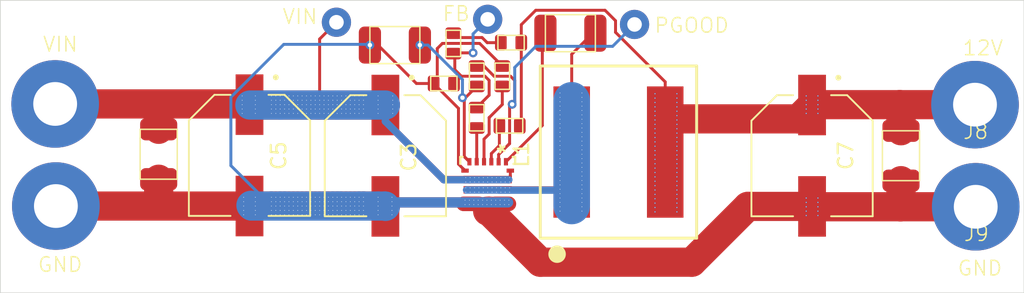
<source format=kicad_pcb>
(kicad_pcb (version 20240108) (generator "pcbnew") (generator_version "8.0")
  (layers (0 "F.Cu" signal) (31 "B.Cu" signal) (34 "B.Paste" user) (35 "F.Paste" user) (36 "B.SilkS" user "B.Silkscreen") (37 "F.SilkS" user "F.Silkscreen") (38 "B.Mask" user) (39 "F.Mask" user) (44 "Edge.Cuts" user))
  (net 0 "")
  (net 1 "GND")
  (net 2 "+12V")
  (net 3 "VIN")
  (net 4 "VREG")
  (net 5 "SW")
  (net 6 "Net-(U3-BOOT)")
  (net 7 "Net-(U3-PGD)")
  (net 8 "Net-(J4-Pad1)")
  (net 9 "Net-(R6-Pad2)")
  (net 10 "Net-(U3-VOUT)")
  (net 11 "Net-(U3-FREQ)")
  (net 12 "Net-(U3-FB)")
  (footprint "FW 16 Components:25SVPF100M" (layer "F.Cu") (at 75.1 29.375 -90)
    (property "Reference" "C5")
    (property "Value" "100uf")
  )
  (footprint "FW 16 Components:WE-XHMA_1090" (layer "F.Cu") (at 100.35 29.15 90)
    (property "Reference" "L1")
    (property "Value" "WE-XHMA_1090")
  )
  (footprint "FW 16 Components:0603" (layer "F.Cu") (at 93.05 21.65 180)
    (property "Reference" "R6" (hide yes))
    (property "Value" "47.5k" (hide yes))
  )
  (footprint "FW 16 Components:0603" (layer "F.Cu") (at 90.65 23.9 -90)
    (property "Reference" "R9" (hide yes))
    (property "Value" "10k" (hide yes))
  )
  (footprint "FW 16 Components:TestPad" (layer "F.Cu") (at 81.05 20.25 90)
    (property "Reference" "J5" (hide yes))
    (property "Value" "~")
  )
  (footprint "FW 16 Components:VQFN11_ROM" (layer "F.Cu") (at 91.4 31.362 -90)
    (property "Reference" "U3" (hide yes))
    (property "Value" "BD9F800MUX-ZE2" (hide yes))
  )
  (footprint "FW 16 Components:1210 capacitor" (layer "F.Cu") (at 84.89 19.315 180)
    (property "Reference" "C1" (hide yes))
    (property "Value" "1.0uf" (hide yes))
  )
  (footprint "FW 16 Components:25SVPF100M" (layer "F.Cu") (at 84.4 29.4 -90)
    (property "Reference" "C3")
    (property "Value" "100uf")
  )
  (footprint "FW 16 Components:0603" (layer "F.Cu") (at 90.65 26.85 90)
    (property "Reference" "R13" (hide yes))
    (property "Value" "10" (hide yes))
  )
  (footprint "FW 16 Components:PowerTHT" (layer "F.Cu") (at 61.9 35.2)
    (property "Reference" "J7" (hide yes))
    (property "Value" "~" (hide yes))
  )
  (footprint "FW 16 Components:0603" (layer "F.Cu") (at 89.05 21.65 -90)
    (property "Reference" "R7" (hide yes))
    (property "Value" "100k" (hide yes))
  )
  (footprint "FW 16 Components:TestPad" (layer "F.Cu") (at 91.4 20.05 90)
    (property "Reference" "J4" (hide yes))
    (property "Value" "~" (hide yes))
  )
  (footprint "FW 16 Components:1210 capacitor" (layer "F.Cu") (at 97.22 23.5)
    (property "Reference" "C2" (hide yes))
    (property "Value" ".1uf" (hide yes))
  )
  (footprint "FW 16 Components:0603" (layer "F.Cu") (at 92.85 27.35)
    (property "Reference" "R10" (hide yes))
    (property "Value" "10" (hide yes))
  )
  (footprint "FW 16 Components:1210 capacitor" (layer "F.Cu") (at 71.385 29.14 90)
    (property "Reference" "C4" (hide yes))
    (property "Value" ".1uf" (hide yes))
  )
  (footprint "FW 16 Components:0603" (layer "F.Cu") (at 92.4 24 90)
    (property "Reference" "R12" (hide yes))
    (property "Value" "10k" (hide yes))
  )
  (footprint "FW 16 Components:1210 capacitor" (layer "F.Cu") (at 122.185 29.24 90)
    (property "Reference" "C6" (hide yes))
    (property "Value" ".1uf" (hide yes))
  )
  (footprint "FW 16 Components:0603" (layer "F.Cu") (at 88.45 24.45 180)
    (property "Reference" "R8" (hide yes))
    (property "Value" "10k" (hide yes))
  )
  (footprint "FW 16 Components:PowerTHT" (layer "F.Cu") (at 61.85 28.2)
    (property "Reference" "J6" (hide yes))
    (property "Value" "~" (hide yes))
  )
  (footprint "FW 16 Components:TestPad" (layer "F.Cu") (at 101.45 20.4 90)
    (property "Reference" "J3" (hide yes))
    (property "Value" "~" (hide yes))
  )
  (footprint "FW 16 Components:PowerTHT" (layer "F.Cu") (at 124.8 28.25)
    (property "Reference" "J8")
    (property "Value" "~" (hide yes))
  )
  (footprint "FW 16 Components:PowerTHT" (layer "F.Cu") (at 124.85 35.25)
    (property "Reference" "J9")
    (property "Value" "~" (hide yes))
  )
  (footprint "FW 16 Components:25SVPF100M" (layer "F.Cu") (at 113.6 29.4 -90)
    (property "Reference" "C7")
    (property "Value" "100uf" (hide yes))
  )
  (gr_rect (start 58.05 18.75) (end 128.1 38.8) (stroke (width 0.05)) (fill none) (layer "Edge.Cuts"))
  (gr_text "VIN\n" (at 77.3 20.45 0) (layer "F.SilkS") (effects (font (size 1 1) (thickness 0.1)) (justify left bottom)))
  (gr_text "VIN\n" (at 60.9 22.35 0) (layer "F.SilkS") (effects (font (size 1 1) (thickness 0.1)) (justify left bottom)))
  (gr_text "PGOOD" (at 102.75 21.05 0) (layer "F.SilkS") (effects (font (size 1 1) (thickness 0.1)) (justify left bottom)))
  (gr_text "FB\n" (at 88.25 20.25 0) (layer "F.SilkS") (effects (font (size 1 1) (thickness 0.1)) (justify left bottom)))
  (gr_text "GND\n" (at 123.5 37.7 0) (layer "F.SilkS") (effects (font (size 1 1) (thickness 0.1)) (justify left bottom)))
  (gr_text "12V\n" (at 123.85 22.6 0) (layer "F.SilkS") (effects (font (size 1 1) (thickness 0.1)) (justify left bottom)))
  (gr_text "GND\n" (at 60.55 37.45 0) (layer "F.SilkS") (effects (font (size 1 1) (thickness 0.1)) (justify left bottom)))
  (segment (start 90.8 32.7) (end 89.75 32.7) (width 1) (layer "F.Cu") (net 1))
  (segment (start 119.685 31.11) (end 119.685 32.865) (width 2) (layer "F.Cu") (net 1))
  (segment (start 119.65 32.9) (end 113.625 32.9) (width 2) (layer "F.Cu") (net 1))
  (segment (start 79.3 32.25) (end 79 32.25) (width 0.2) (layer "F.Cu") (net 1))
  (segment (start 81.1 32.85) (end 81.4 32.85) (width 2) (layer "F.Cu") (net 1))
  (segment (start 79.6 32.85) (end 79.9 32.85) (width 2) (layer "F.Cu") (net 1))
  (segment (start 79.3 32.85) (end 79.6 32.85) (width 2) (layer "F.Cu") (net 1))
  (segment (start 79 32.85) (end 79.3 32.85) (width 2) (layer "F.Cu") (net 1))
  (segment (start 80.2 32.85) (end 80.5 32.85) (width 2) (layer "F.Cu") (net 1))
  (segment (start 75.1 32.85) (end 68.85 32.85) (width 2) (layer "F.Cu") (net 1))
  (segment (start 68.85 32.85) (end 61.85 32.85) (width 2) (layer "F.Cu") (net 1))
  (segment (start 92.4 23.25) (end 90.85 21.7) (width 0.2) (layer "F.Cu") (net 1))
  (segment (start 84.675 32.6) (end 84.4 32.875) (width 0.7) (layer "F.Cu") (net 1))
  (segment (start 78.4 32.85) (end 78.7 32.85) (width 2) (layer "F.Cu") (net 1))
  (segment (start 80.5 32.85) (end 80.8 32.85) (width 2) (layer "F.Cu") (net 1))
  (segment (start 83.34 21.815) (end 83.89 21.815) (width 0.2) (layer "F.Cu") (net 1))
  (segment (start 124.8 32.9) (end 119.65 32.9) (width 2) (layer "F.Cu") (net 1))
  (segment (start 95 36.7) (end 91.5 33.2) (width 2) (layer "F.Cu") (net 1))
  (segment (start 86.525 24.45) (end 87.7 24.45) (width 0.2) (layer "F.Cu") (net 1))
  (segment (start 77.2 32.85) (end 77.5 32.85) (width 2) (layer "F.Cu") (net 1))
  (segment (start 80.8 32.85) (end 81.1 32.85) (width 2) (layer "F.Cu") (net 1))
  (segment (start 68.885 32.815) (end 68.85 32.85) (width 2) (layer "F.Cu") (net 1))
  (segment (start 77.8 32.85) (end 78.1 32.85) (width 2) (layer "F.Cu") (net 1))
  (segment (start 82.6 32.85) (end 82.9 32.85) (width 2) (layer "F.Cu") (net 1))
  (segment (start 68.885 31.01) (end 68.885 32.815) (width 2) (layer "F.Cu") (net 1))
  (segment (start 78.1 32.85) (end 78.4 32.85) (width 2) (layer "F.Cu") (net 1))
  (segment (start 87.95 24.2) (end 87.7 24.45) (width 0.2) (layer "F.Cu") (net 1))
  (segment (start 82.9 32.85) (end 84.375 32.85) (width 2) (layer "F.Cu") (net 1))
  (segment (start 87.95 22.05) (end 87.95 24.2) (width 0.2) (layer "F.Cu") (net 1))
  (segment (start 76.9 32.85) (end 77.2 32.85) (width 2) (layer "F.Cu") (net 1))
  (segment (start 76.6 32.85) (end 76.9 32.85) (width 2) (layer "F.Cu") (net 1))
  (segment (start 78.7 32.85) (end 79 32.85) (width 2) (layer "F.Cu") (net 1))
  (segment (start 87.7 24.45) (end 89.4 26.15) (width 0.2) (layer "F.Cu") (net 1))
  (segment (start 84.375 32.85) (end 84.4 32.875) (width 2) (layer "F.Cu") (net 1))
  (segment (start 83.89 21.815) (end 86.525 24.45) (width 0.2) (layer "F.Cu") (net 1))
  (segment (start 92.55 32.45) (end 92.85 32.45) (width 0.2) (layer "F.Cu") (net 1))
  (segment (start 119.685 32.865) (end 119.65 32.9) (width 2) (layer "F.Cu") (net 1))
  (segment (start 91.5 33.2) (end 91.4 33.2) (width 2) (layer "F.Cu") (net 1))
  (segment (start 79.9 32.55) (end 80.2 32.55) (width 0.2) (layer "F.Cu") (net 1))
  (segment (start 89.4 29.972035) (end 89.849965 30.422) (width 0.2) (layer "F.Cu") (net 1))
  (segment (start 113.625 32.9) (end 113.6 32.875) (width 2) (layer "F.Cu") (net 1))
  (segment (start 113.6 32.875) (end 109.2 32.875) (width 2) (layer "F.Cu") (net 1))
  (segment (start 79.9 32.85) (end 80.2 32.85) (width 2) (layer "F.Cu") (net 1))
  (segment (start 89.71 30.282) (end 89.85 30.422) (width 0.2) (layer "F.Cu") (net 1))
  (segment (start 91.9 32.7) (end 92.85 32.7) (width 1) (layer "F.Cu") (net 1))
  (segment (start 88.3 21.7) (end 87.95 22.05) (width 0.2) (layer "F.Cu") (net 1))
  (segment (start 89.4 26.15) (end 89.4 29.972035) (width 0.2) (layer "F.Cu") (net 1))
  (segment (start 90.85 21.7) (end 88.3 21.7) (width 0.2) (layer "F.Cu") (net 1))
  (segment (start 82 32.85) (end 82.3 32.85) (width 2) (layer "F.Cu") (net 1))
  (segment (start 109.2 32.875) (end 105.375 36.7) (width 2) (layer "F.Cu") (net 1))
  (segment (start 81.1 32.25) (end 80.8 32.25) (width 0.2) (layer "F.Cu") (net 1))
  (segment (start 105.375 36.7) (end 95 36.7) (width 2) (layer "F.Cu") (net 1))
  (segment (start 91.4 32.6) (end 84.675 32.6) (width 0.7) (layer "F.Cu") (net 1))
  (segment (start 77.5 32.85) (end 77.8 32.85) (width 2) (layer "F.Cu") (net 1))
  (segment (start 75.1 32.85) (end 76.6 32.85) (width 2) (layer "F.Cu") (net 1))
  (segment (start 81.4 32.85) (end 81.7 32.85) (width 2) (layer "F.Cu") (net 1))
  (segment (start 81.7 32.85) (end 82 32.85) (width 2) (layer "F.Cu") (net 1))
  (segment (start 82.3 32.85) (end 82.6 32.85) (width 2) (layer "F.Cu") (net 1))
  (via (at 84.85 32.55) (size 0.1) (drill 0.05) (layers "F.Cu" "B.Cu") (net 1))
  (via (at 74.7 33.15) (size 0.1) (drill 0.05) (layers "F.Cu" "B.Cu") (net 1))
  (via (at 80.8 33.45) (size 0.1) (drill 0.05) (layers "F.Cu" "B.Cu") (net 1))
  (via (at 80.5 33.45) (size 0.1) (drill 0.05) (layers "F.Cu" "B.Cu") (net 1))
  (via (at 75.5 33.45) (size 0.1) (drill 0.05) (layers "F.Cu" "B.Cu") (net 1))
  (via (at 81.1 33.45) (size 0.1) (drill 0.05) (layers "F.Cu" "B.Cu") (net 1))
  (via (at 77.8 32.85) (size 0.1) (drill 0.05) (layers "F.Cu" "B.Cu") (net 1))
  (via (at 80.5 32.85) (size 0.1) (drill 0.05) (layers "F.Cu" "B.Cu") (net 1))
  (via (at 75.5 32.55) (size 0.1) (drill 0.05) (layers "F.Cu" "B.Cu") (net 1))
  (via (at 80.2 33.45) (size 0.1) (drill 0.05) (layers "F.Cu" "B.Cu") (net 1))
  (via (at 78.1 33.45) (size 0.1) (drill 0.05) (layers "F.Cu" "B.Cu") (net 1))
  (via (at 82.3 33.15) (size 0.1) (drill 0.05) (layers "F.Cu" "B.Cu") (net 1))
  (via (at 78.7 32.55) (size 0.1) (drill 0.05) (layers "F.Cu" "B.Cu") (net 1))
  (via (at 80.5 32.25) (size 0.1) (drill 0.05) (layers "F.Cu" "B.Cu") (net 1))
  (via (at 76.6 32.85) (size 0.1) (drill 0.05) (layers "F.Cu" "B.Cu") (net 1))
  (via (at 77.8 32.25) (size 0.1) (drill 0.05) (layers "F.Cu" "B.Cu") (net 1))
  (via (at 81.4 32.85) (size 0.1) (drill 0.05) (layers "F.Cu" "B.Cu") (net 1))
  (via (at 91.35 32.45) (size 0.1) (drill 0.05) (layers "F.Cu" "B.Cu") (net 1))
  (via (at 92.25 32.75) (size 0.1) (drill 0.05) (layers "F.Cu" "B.Cu") (net 1))
  (via (at 74.7 32.55) (size 0.1) (drill 0.05) (layers "F.Cu" "B.Cu") (net 1))
  (via (at 80.2 32.55) (size 0.1) (drill 0.05) (layers "F.Cu" "B.Cu") (net 1))
  (via (at 79.9 33.15) (size 0.1) (drill 0.05) (layers "F.Cu" "B.Cu") (net 1))
  (via (at 90.15 32.75) (size 0.1) (drill 0.05) (layers "F.Cu" "B.Cu") (net 1))
  (via (at 80.8 33.15) (size 0.1) (drill 0.05) (layers "F.Cu" "B.Cu") (net 1))
  (via (at 76.6 32.25) (size 0.1) (drill 0.05) (layers "F.Cu" "B.Cu") (net 1))
  (via (at 90.45 32.45) (size 0.1) (drill 0.05) (layers "F.Cu" "B.Cu") (net 1))
  (via (at 79.9 32.85) (size 0.1) (drill 0.05) (layers "F.Cu" "B.Cu") (net 1))
  (via (at 114 33.5) (size 0.1) (drill 0.05) (layers "F.Cu" "B.Cu") (net 1))
  (via (at 83.9 32.85) (size 0.1) (drill 0.05) (layers "F.Cu" "B.Cu") (net 1))
  (via (at 77.2 32.55) (size 0.1) (drill 0.05) (layers "F.Cu" "B.Cu") (net 1))
  (via (at 76.6 32.55) (size 0.1) (drill 0.05) (layers "F.Cu" "B.Cu") (net 1))
  (via (at 113.2 32.6) (size 0.1) (drill 0.05) (layers "F.Cu" "B.Cu") (net 1))
  (via (at 114 32.6) (size 0.1) (drill 0.05) (layers "F.Cu" "B.Cu") (net 1))
  (via (at 82.9 33.45) (size 0.1) (drill 0.05) (layers "F.Cu" "B.Cu") (net 1))
  (via (at 81.4 32.55) (size 0.1) (drill 0.05) (layers "F.Cu" "B.Cu") (net 1))
  (via (at 81.4 33.45) (size 0.1) (drill 0.05) (layers "F.Cu" "B.Cu") (net 1))
  (via (at 84.85 32.85) (size 0.1) (drill 0.05) (layers "F.Cu" "B.Cu") (net 1))
  (via (at 77.2 32.85) (size 0.1) (drill 0.05) (layers "F.Cu" "B.Cu") (net 1))
  (via (at 89.85 32.75) (size 0.1) (drill 0.05) (layers "F.Cu" "B.Cu") (net 1))
  (via (at 79.3 32.55) (size 0.1) (drill 0.05) (layers "F.Cu" "B.Cu") (net 1))
  (via (at 76.6 33.15) (size 0.1) (drill 0.05) (layers "F.Cu" "B.Cu") (net 1))
  (via (at 113.2 32.9) (size 0.1) (drill 0.05) (layers "F.Cu" "B.Cu") (net 1))
  (via (at 75.5 32.25) (size 0.1) (drill 0.05) (layers "F.Cu" "B.Cu") (net 1))
  (via (at 91.95 32.45) (size 0.1) (drill 0.05) (layers "F.Cu" "B.Cu") (net 1))
  (via (at 75.5 33.15) (size 0.1) (drill 0.05) (layers "F.Cu" "B.Cu") (net 1))
  (via (at 78.4 33.15) (size 0.1) (drill 0.05) (layers "F.Cu" "B.Cu") (net 1))
  (via (at 84.85 32.25) (size 0.1) (drill 0.05) (layers "F.Cu" "B.Cu") (net 1))
  (via (at 91.35 32.75) (size 0.1) (drill 0.05) (layers "F.Cu" "B.Cu") (net 1))
  (via (at 82.9 33.15) (size 0.1) (drill 0.05) (layers "F.Cu" "B.Cu") (net 1))
  (via (at 90.15 32.45) (size 0.1) (drill 0.05) (layers "F.Cu" "B.Cu") (net 1))
  (via (at 77.8 33.15) (size 0.1) (drill 0.05) (layers "F.Cu" "B.Cu") (net 1))
  (via (at 83.9 32.25) (size 0.1) (drill 0.05) (layers "F.Cu" "B.Cu") (net 1))
  (via (at 80.2 33.15) (size 0.1) (drill 0.05) (layers "F.Cu" "B.Cu") (net 1))
  (via (at 114 32.3) (size 0.1) (drill 0.05) (layers "F.Cu" "B.Cu") (net 1))
  (via (at 82 33.15) (size 0.1) (drill 0.05) (layers "F.Cu" "B.Cu") (net 1))
  (via (at 80.5 33.15) (size 0.1) (drill 0.05) (layers "F.Cu" "B.Cu") (net 1))
  (via (at 80.2 32.85) (size 0.1) (drill 0.05) (layers "F.Cu" "B.Cu") (net 1))
  (via (at 78.4 32.25) (size 0.1) (drill 0.05) (layers "F.Cu" "B.Cu") (net 1))
  (via (at 81.7 33.45) (size 0.1) (drill 0.05) (layers "F.Cu" "B.Cu") (net 1))
  (via (at 80.2 32.25) (size 0.1) (drill 0.05) (layers "F.Cu" "B.Cu") (net 1))
  (via (at 92.85 32.45) (size 0.1) (drill 0.05) (layers "F.Cu" "B.Cu") (net 1))
  (via (at 81.4 32.25) (size 0.1) (drill 0.05) (layers "F.Cu" "B.Cu") (net 1))
  (via (at 75.5 32.85) (size 0.1) (drill 0.05) (layers "F.Cu" "B.Cu") (net 1))
  (via (at 91.95 32.75) (size 0.1) (drill 0.05) (layers "F.Cu" "B.Cu") (net 1))
  (via (at 81.4 33.15) (size 0.1) (drill 0.05) (layers "F.Cu" "B.Cu") (net 1))
  (via (at 77.2 32.25) (size 0.1) (drill 0.05) (layers "F.Cu" "B.Cu") (net 1))
  (via (at 78.4 32.55) (size 0.1) (drill 0.05) (layers "F.Cu" "B.Cu") (net 1))
  (via (at 82.6 33.15) (size 0.1) (drill 0.05) (layers "F.Cu" "B.Cu") (net 1))
  (via (at 81.1 32.85) (size 0.1) (drill 0.05) (layers "F.Cu" "B.Cu") (net 1))
  (via (at 92.25 32.45) (size 0.1) (drill 0.05) (layers "F.Cu" "B.Cu") (net 1))
  (via (at 79.6 32.25) (size 0.1) (drill 0.05) (layers "F.Cu" "B.Cu") (net 1))
  (via (at 83.9 33.15) (size 0.1) (drill 0.05) (layers "F.Cu" "B.Cu") (net 1))
  (via (at 91.65 32.45) (size 0.1) (drill 0.05) (layers "F.Cu" "B.Cu") (net 1))
  (via (at 82 32.25) (size 0.1) (drill 0.05) (layers "F.Cu" "B.Cu") (net 1))
  (via (at 78.1 32.55) (size 0.1) (drill 0.05) (layers "F.Cu" "B.Cu") (net 1))
  (via (at 90.75 32.45) (size 0.1) (drill 0.05) (layers "F.Cu" "B.Cu") (net 1))
  (via (at 79.3 33.15) (size 0.1) (drill 0.05) (layers "F.Cu" "B.Cu") (net 1))
  (via (at 78.7 32.25) (size 0.1) (drill 0.05) (layers "F.Cu" "B.Cu") (net 1))
  (via (at 82.9 32.85) (size 0.1) (drill 0.05) (layers "F.Cu" "B.Cu") (net 1))
  (via (at 79 33.45) (size 0.1) (drill 0.05) (layers "F.Cu" "B.Cu") (net 1))
  (via (at 89.85 32.45) (size 0.1) (drill 0.05) (layers "F.Cu" "B.Cu") (net 1))
  (via (at 77.5 32.55) (size 0.1) (drill 0.05) (layers "F.Cu" "B.Cu") (net 1))
  (via (at 82.3 32.55) (size 0.1) (drill 0.05) (layers "F.Cu" "B.Cu") (net 1))
  (via (at 78.7 33.15) (size 0.1) (drill 0.05) (layers "F.Cu" "B.Cu") (net 1))
  (via (at 82 32.55) (size 0.1) (drill 0.05) (layers "F.Cu" "B.Cu") (net 1))
  (via (at 83.34 21.815) (size 0.6) (drill 0.3) (layers "F.Cu" "B.Cu") (net 1))
  (via (at 82.6 32.85) (size 0.1) (drill 0.05) (layers "F.Cu" "B.Cu") (net 1))
  (via (at 79.9 33.45) (size 0.1) (drill 0.05) (layers "F.Cu" "B.Cu") (net 1))
  (via (at 81.7 32.55) (size 0.1) (drill 0.05) (layers "F.Cu" "B.Cu") (net 1))
  (via (at 77.5 32.25) (size 0.1) (drill 0.05) (layers "F.Cu" "B.Cu") (net 1))
  (via (at 79.9 32.55) (size 0.1) (drill 0.05) (layers "F.Cu" "B.Cu") (net 1))
  (via (at 82.9 32.25) (size 0.1) (drill 0.05) (layers "F.Cu" "B.Cu") (net 1))
  (via (at 91.65 32.75) (size 0.1) (drill 0.05) (layers "F.Cu" "B.Cu") (net 1))
  (via (at 78.1 33.15) (size 0.1) (drill 0.05) (layers "F.Cu" "B.Cu") (net 1))
  (via (at 74.7 32.25) (size 0.1) (drill 0.05) (layers "F.Cu" "B.Cu") (net 1))
  (via (at 81.1 33.15) (size 0.1) (drill 0.05) (layers "F.Cu" "B.Cu") (net 1))
  (via (at 79.3 33.45) (size 0.1) (drill 0.05) (layers "F.Cu" "B.Cu") (net 1))
  (via (at 76.6 33.45) (size 0.1) (drill 0.05) (layers "F.Cu" "B.Cu") (net 1))
  (via (at 76.9 32.85) (size 0.1) (drill 0.05) (layers "F.Cu" "B.Cu") (net 1))
  (via (at 80.8 32.55) (size 0.1) (drill 0.05) (layers "F.Cu" "B.Cu") (net 1))
  (via (at 82.6 32.25) (size 0.1) (drill 0.05) (layers "F.Cu" "B.Cu") (net 1))
  (via (at 79.6 33.15) (size 0.1) (drill 0.05) (layers "F.Cu" "B.Cu") (net 1))
  (via (at 79 32.55) (size 0.1) (drill 0.05) (layers "F.Cu" "B.Cu") (net 1))
  (via (at 81.7 32.85) (size 0.1) (drill 0.05) (layers "F.Cu" "B.Cu") (net 1))
  (via (at 82 32.85) (size 0.1) (drill 0.05) (layers "F.Cu" "B.Cu") (net 1))
  (via (at 81.1 32.25) (size 0.1) (drill 0.05) (layers "F.Cu" "B.Cu") (net 1))
  (via (at 82.6 33.45) (size 0.1) (drill 0.05) (layers "F.Cu" "B.Cu") (net 1))
  (via (at 92.55 32.45) (size 0.1) (drill 0.05) (layers "F.Cu" "B.Cu") (net 1))
  (via (at 91.05 32.75) (size 0.1) (drill 0.05) (layers "F.Cu" "B.Cu") (net 1))
  (via (at 82.3 32.25) (size 0.1) (drill 0.05) (layers "F.Cu" "B.Cu") (net 1))
  (via (at 82.9 32.55) (size 0.1) (drill 0.05) (layers "F.Cu" "B.Cu") (net 1))
  (via (at 82.3 32.85) (size 0.1) (drill 0.05) (layers "F.Cu" "B.Cu") (net 1))
  (via (at 78.1 32.85) (size 0.1) (drill 0.05) (layers "F.Cu" "B.Cu") (net 1))
  (via (at 79 32.85) (size 0.1) (drill 0.05) (layers "F.Cu" "B.Cu") (net 1))
  (via (at 77.8 33.45) (size 0.1) (drill 0.05) (layers "F.Cu" "B.Cu") (net 1))
  (via (at 79.6 32.85) (size 0.1) (drill 0.05) (layers "F.Cu" "B.Cu") (net 1))
  (via (at 76.9 33.45) (size 0.1) (drill 0.05) (layers "F.Cu" "B.Cu") (net 1))
  (via (at 76.9 32.25) (size 0.1) (drill 0.05) (layers "F.Cu" "B.Cu") (net 1))
  (via (at 79 32.25) (size 0.1) (drill 0.05) (layers "F.Cu" "B.Cu") (net 1))
  (via (at 77.8 32.55) (size 0.1) (drill 0.05) (layers "F.Cu" "B.Cu") (net 1))
  (via (at 78.4 32.85) (size 0.1) (drill 0.05) (layers "F.Cu" "B.Cu") (net 1))
  (via (at 83.9 32.55) (size 0.1) (drill 0.05) (layers "F.Cu" "B.Cu") (net 1))
  (via (at 80.8 32.85) (size 0.1) (drill 0.05) (layers "F.Cu" "B.Cu") (net 1))
  (via (at 82 33.45) (size 0.1) (drill 0.05) (layers "F.Cu" "B.Cu") (net 1))
  (via (at 114 32.9) (size 0.1) (drill 0.05) (layers "F.Cu" "B.Cu") (net 1))
  (via (at 77.2 33.45) (size 0.1) (drill 0.05) (layers "F.Cu" "B.Cu") (net 1))
  (via (at 80.8 32.25) (size 0.1) (drill 0.05) (layers "F.Cu" "B.Cu") (net 1))
  (via (at 79 33.15) (size 0.1) (drill 0.05) (layers "F.Cu" "B.Cu") (net 1))
  (via (at 82.6 32.55) (size 0.1) (drill 0.05) (layers "F.Cu" "B.Cu") (net 1))
  (via (at 90.45 32.75) (size 0.1) (drill 0.05) (layers "F.Cu" "B.Cu") (net 1))
  (via (at 92.55 32.75) (size 0.1) (drill 0.05) (layers "F.Cu" "B.Cu") (net 1))
  (via (at 81.7 32.25) (size 0.1) (drill 0.05) (layers "F.Cu" "B.Cu") (net 1))
  (via (at 76.9 33.15) (size 0.1) (drill 0.05) (layers "F.Cu" "B.Cu") (net 1))
  (via (at 80.5 32.55) (size 0.1) (drill 0.05) (layers "F.Cu" "B.Cu") (net 1))
  (via (at 77.5 33.15) (size 0.1) (drill 0.05) (layers "F.Cu" "B.Cu") (net 1))
  (via (at 83.9 33.45) (size 0.1) (drill 0.05) (layers "F.Cu" "B.Cu") (net 1))
  (via (at 79.6 33.45) (size 0.1) (drill 0.05) (layers "F.Cu" "B.Cu") (net 1))
  (via (at 79.3 32.25) (size 0.1) (drill 0.05) (layers "F.Cu" "B.Cu") (net 1))
  (via (at 77.5 32.85) (size 0.1) (drill 0.05) (layers "F.Cu" "B.Cu") (net 1))
  (via (at 113.2 32.3) (size 0.1) (drill 0.05) (layers "F.Cu" "B.Cu") (net 1))
  (via (at 113.2 33.5) (size 0.1) (drill 0.05) (layers "F.Cu" "B.Cu") (net 1))
  (via (at 78.7 33.45) (size 0.1) (drill 0.05) (layers "F.Cu" "B.Cu") (net 1))
  (via (at 79.3 32.85) (size 0.1) (drill 0.05) (layers "F.Cu" "B.Cu") (net 1))
  (via (at 92.85 32.75) (size 0.1) (drill 0.05) (layers "F.Cu" "B.Cu") (net 1))
  (via (at 77.5 33.45) (size 0.1) (drill 0.05) (layers "F.Cu" "B.Cu") (net 1))
  (via (at 82.3 33.45) (size 0.1) (drill 0.05) (layers "F.Cu" "B.Cu") (net 1))
  (via (at 74.7 32.85) (size 0.1) (drill 0.05) (layers "F.Cu" "B.Cu") (net 1))
  (via (at 77.2 33.15) (size 0.1) (drill 0.05) (layers "F.Cu" "B.Cu") (net 1))
  (via (at 114 33.2) (size 0.1) (drill 0.05) (layers "F.Cu" "B.Cu") (net 1))
  (via (at 84.85 33.15) (size 0.1) (drill 0.05) (layers "F.Cu" "B.Cu") (net 1))
  (via (at 84.85 33.45) (size 0.1) (drill 0.05) (layers "F.Cu" "B.Cu") (net 1))
  (via (at 79.6 32.55) (size 0.1) (drill 0.05) (layers "F.Cu" "B.Cu") (net 1))
  (via (at 113.2 33.2) (size 0.1) (drill 0.05) (layers "F.Cu" "B.Cu") (net 1))
  (via (at 81.1 32.55) (size 0.1) (drill 0.05) (layers "F.Cu" "B.Cu") (net 1))
  (via (at 76.9 32.55) (size 0.1) (drill 0.05) (layers "F.Cu" "B.Cu") (net 1))
  (via (at 78.4 33.45) (size 0.1) (drill 0.05) (layers "F.Cu" "B.Cu") (net 1))
  (via (at 91.05 32.45) (size 0.1) (drill 0.05) (layers "F.Cu" "B.Cu") (net 1))
  (via (at 79.9 32.25) (size 0.1) (drill 0.05) (layers "F.Cu" "B.Cu") (net 1))
  (via (at 78.1 32.25) (size 0.1) (drill 0.05) (layers "F.Cu" "B.Cu") (net 1))
  (via (at 78.7 32.85) (size 0.1) (drill 0.05) (layers "F.Cu" "B.Cu") (net 1))
  (via (at 81.7 33.15) (size 0.1) (drill 0.05) (layers "F.Cu" "B.Cu") (net 1))
  (via (at 90.75 32.75) (size 0.1) (drill 0.05) (layers "F.Cu" "B.Cu") (net 1))
  (via (at 74.7 33.45) (size 0.1) (drill 0.05) (layers "F.Cu" "B.Cu") (net 1))
  (segment (start 84.4 32.875) (end 84.425 32.85) (width 0.7) (layer "B.Cu") (net 1))
  (segment (start 84.85 32.85) (end 84.85 32.55) (width 0.7) (layer "B.Cu") (net 1))
  (segment (start 77.5 32.85) (end 77.2 32.85) (width 2) (layer "B.Cu") (net 1))
  (segment (start 76.6 32.85) (end 75.5 32.85) (width 2) (layer "B.Cu") (net 1))
  (segment (start 82.6 32.85) (end 81.3 32.85) (width 2) (layer "B.Cu") (net 1))
  (segment (start 84.9 32.6) (end 92.8 32.6) (width 0.7) (layer "B.Cu") (net 1))
  (segment (start 82.9 32.85) (end 82.6 32.85) (width 2) (layer "B.Cu") (net 1))
  (segment (start 73.825 25.386522) (end 73.825 30.075) (width 0.2) (layer "B.Cu") (net 1))
  (segment (start 83.34 21.815) (end 83.29 21.765) (width 0.2) (layer "B.Cu") (net 1))
  (segment (start 83.9 32.85) (end 82.9 32.85) (width 2) (layer "B.Cu") (net 1))
  (segment (start 84.425 32.85) (end 84.85 32.85) (width 0.7) (layer "B.Cu") (net 1))
  (segment (start 82.6 32.55) (end 82.6 32.85) (width 0.2) (layer "B.Cu") (net 1))
  (segment (start 81.3 32.85) (end 81.1 32.85) (width 2) (layer "B.Cu") (net 1))
  (segment (start 81.1 32.85) (end 80.8 32.85) (width 2) (layer "B.Cu") (net 1))
  (segment (start 75.25 32.85) (end 75.2 32.8) (width 2) (layer "B.Cu") (net 1))
  (segment (start 84.85 32.55) (end 84.9 32.6) (width 0.7) (layer "B.Cu") (net 1))
  (segment (start 82.9 32.85) (end 83.9 32.85) (width 0.7) (layer "B.Cu") (net 1))
  (segment (start 77.2 32.85) (end 76.6 32.85) (width 2) (layer "B.Cu") (net 1))
  (segment (start 80.8 32.85) (end 77.5 32.85) (width 2) (layer "B.Cu") (net 1))
  (segment (start 73.825 30.075) (end 76.6 32.85) (width 0.2) (layer "B.Cu") (net 1))
  (segment (start 81.3 32.85) (end 82.9 32.85) (width 0.7) (layer "B.Cu") (net 1))
  (segment (start 84.375 32.85) (end 83.9 32.85) (width 2) (layer "B.Cu") (net 1))
  (segment (start 83.29 21.765) (end 77.446522 21.765) (width 0.2) (layer "B.Cu") (net 1))
  (segment (start 83.9 32.85) (end 84.425 32.85) (width 0.7) (layer "B.Cu") (net 1))
  (segment (start 84.4 32.875) (end 84.375 32.85) (width 2) (layer "B.Cu") (net 1))
  (segment (start 77.446522 21.765) (end 73.825 25.386522) (width 0.2) (layer "B.Cu") (net 1))
  (segment (start 82.9 33.15) (end 82.9 32.85) (width 0.2) (layer "B.Cu") (net 1))
  (segment (start 75.5 32.85) (end 75.25 32.85) (width 2) (layer "B.Cu") (net 1))
  (segment (start 99.431664 19.43) (end 100.15 20.148336) (width 0.2) (layer "F.Cu") (net 2))
  (segment (start 93.7 21.65) (end 93.7 20.418336) (width 0.2) (layer "F.Cu") (net 2))
  (segment (start 93.7 20.418336) (end 94.688336 19.43) (width 0.2) (layer "F.Cu") (net 2))
  (segment (start 100.15 20.938478) (end 103.55 24.338478) (width 0.2) (layer "F.Cu") (net 2))
  (segment (start 113.2 25.9) (end 113.575 25.9) (width 0.2) (layer "F.Cu") (net 2))
  (segment (start 93.7 21.65) (end 93.7 27.25) (width 0.2) (layer "F.Cu") (net 2))
  (segment (start 119.685 25.985) (end 119.6 25.9) (width 2) (layer "F.Cu") (net 2))
  (segment (start 94.688336 19.43) (end 99.431664 19.43) (width 0.2) (layer "F.Cu") (net 2))
  (segment (start 93.7 27.25) (end 93.6 27.35) (width 0.2) (layer "F.Cu") (net 2))
  (segment (start 103.55 24.338478) (end 103.55 29.15) (width 0.2) (layer "F.Cu") (net 2))
  (segment (start 113.625 25.9) (end 113.6 25.925) (width 2) (layer "F.Cu") (net 2))
  (segment (start 100.15 20.148336) (end 100.15 20.938478) (width 0.2) (layer "F.Cu") (net 2))
  (segment (start 113.6 26.6464) (end 114 26.2464) (width 0.2) (layer "F.Cu") (net 2))
  (segment (start 104.225 26.875) (end 112.65 26.875) (width 2) (layer "F.Cu") (net 2))
  (segment (start 113.575 25.9) (end 113.6 25.925) (width 0.2) (layer "F.Cu") (net 2))
  (segment (start 93.7 21.65) (end 93.735 21.615) (width 0.2) (layer "F.Cu") (net 2))
  (segment (start 124.75 25.9) (end 119.6 25.9) (width 2) (layer "F.Cu") (net 2))
  (segment (start 119.685 27.69) (end 119.685 25.985) (width 2) (layer "F.Cu") (net 2))
  (segment (start 112.65 26.875) (end 113.6 25.925) (width 2) (layer "F.Cu") (net 2))
  (segment (start 114 26.2464) (end 114 26.2) (width 0.2) (layer "F.Cu") (net 2))
  (segment (start 119.6 25.9) (end 113.625 25.9) (width 2) (layer "F.Cu") (net 2))
  (via (at 104.35 27.85) (size 0.1) (drill 0.05) (layers "F.Cu" "B.Cu") (net 2))
  (via (at 102.85 33.25) (size 0.1) (drill 0.05) (layers "F.Cu" "B.Cu") (net 2))
  (via (at 104.35 32.35) (size 0.1) (drill 0.05) (layers "F.Cu" "B.Cu") (net 2))
  (via (at 104.35 29.05) (size 0.1) (drill 0.05) (layers "F.Cu" "B.Cu") (net 2))
  (via (at 102.85 27.25) (size 0.1) (drill 0.05) (layers "F.Cu" "B.Cu") (net 2))
  (via (at 104.35 30.25) (size 0.1) (drill 0.05) (layers "F.Cu" "B.Cu") (net 2))
  (via (at 102.85 27.55) (size 0.1) (drill 0.05) (layers "F.Cu" "B.Cu") (net 2))
  (via (at 104.35 31.75) (size 0.1) (drill 0.05) (layers "F.Cu" "B.Cu") (net 2))
  (via (at 104.35 26.95) (size 0.1) (drill 0.05) (layers "F.Cu" "B.Cu") (net 2))
  (via (at 102.85 26.95) (size 0.1) (drill 0.05) (layers "F.Cu" "B.Cu") (net 2))
  (via (at 113.2 25.6) (size 0.1) (drill 0.05) (layers "F.Cu" "B.Cu") (net 2))
  (via (at 104.35 29.35) (size 0.1) (drill 0.05) (layers "F.Cu" "B.Cu") (net 2))
  (via (at 102.85 25.15) (size 0.1) (drill 0.05) (layers "F.Cu" "B.Cu") (net 2))
  (via (at 102.85 27.85) (size 0.1) (drill 0.05) (layers "F.Cu" "B.Cu") (net 2))
  (via (at 104.35 31.15) (size 0.1) (drill 0.05) (layers "F.Cu" "B.Cu") (net 2))
  (via (at 104.35 26.35) (size 0.1) (drill 0.05) (layers "F.Cu" "B.Cu") (net 2))
  (via (at 113.2 26.2) (size 0.1) (drill 0.05) (layers "F.Cu" "B.Cu") (net 2))
  (via (at 102.85 28.45) (size 0.1) (drill 0.05) (layers "F.Cu" "B.Cu") (net 2))
  (via (at 102.85 28.75) (size 0.1) (drill 0.05) (layers "F.Cu" "B.Cu") (net 2))
  (via (at 104.35 25.75) (size 0.1) (drill 0.05) (layers "F.Cu" "B.Cu") (net 2))
  (via (at 114 26.2) (size 0.1) (drill 0.05) (layers "F.Cu" "B.Cu") (net 2))
  (via (at 102.85 26.05) (size 0.1) (drill 0.05) (layers "F.Cu" "B.Cu") (net 2))
  (via (at 102.85 29.35) (size 0.1) (drill 0.05) (layers "F.Cu" "B.Cu") (net 2))
  (via (at 102.85 26.35) (size 0.1) (drill 0.05) (layers "F.Cu" "B.Cu") (net 2))
  (via (at 113.2 25.9) (size 0.1) (drill 0.05) (layers "F.Cu" "B.Cu") (net 2))
  (via (at 104.35 32.95) (size 0.1) (drill 0.05) (layers "F.Cu" "B.Cu") (net 2))
  (via (at 104.35 28.45) (size 0.1) (drill 0.05) (layers "F.Cu" "B.Cu") (net 2))
  (via (at 104.35 30.55) (size 0.1) (drill 0.05) (layers "F.Cu" "B.Cu") (net 2))
  (via (at 102.85 32.35) (size 0.1) (drill 0.05) (layers "F.Cu" "B.Cu") (net 2))
  (via (at 102.85 32.65) (size 0.1) (drill 0.05) (layers "F.Cu" "B.Cu") (net 2))
  (via (at 102.85 31.75) (size 0.1) (drill 0.05) (layers "F.Cu" "B.Cu") (net 2))
  (via (at 104.35 30.85) (size 0.1) (drill 0.05) (layers "F.Cu" "B.Cu") (net 2))
  (via (at 102.85 31.45) (size 0.1) (drill 0.05) (layers "F.Cu" "B.Cu") (net 2))
  (via (at 102.85 29.05) (size 0.1) (drill 0.05) (layers "F.Cu" "B.Cu") (net 2))
  (via (at 114 25.6) (size 0.1) (drill 0.05) (layers "F.Cu" "B.Cu") (net 2))
  (via (at 104.35 27.55) (size 0.1) (drill 0.05) (layers "F.Cu" "B.Cu") (net 2))
  (via (at 102.85 25.75) (size 0.1) (drill 0.05) (layers "F.Cu" "B.Cu") (net 2))
  (via (at 104.35 28.15) (size 0.1) (drill 0.05) (layers "F.Cu" "B.Cu") (net 2))
  (via (at 104.35 29.95) (size 0.1) (drill 0.05) (layers "F.Cu" "B.Cu") (net 2))
  (via (at 102.85 28.15) (size 0.1) (drill 0.05) (layers "F.Cu" "B.Cu") (net 2))
  (via (at 104.35 26.05) (size 0.1) (drill 0.05) (layers "F.Cu" "B.Cu") (net 2))
  (via (at 102.85 30.25) (size 0.1) (drill 0.05) (layers "F.Cu" "B.Cu") (net 2))
  (via (at 104.35 28.75) (size 0.1) (drill 0.05) (layers "F.Cu" "B.Cu") (net 2))
  (via (at 102.85 26.65) (size 0.1) (drill 0.05) (layers "F.Cu" "B.Cu") (net 2))
  (via (at 104.35 26.65) (size 0.1) (drill 0.05) (layers "F.Cu" "B.Cu") (net 2))
  (via (at 104.35 31.45) (size 0.1) (drill 0.05) (layers "F.Cu" "B.Cu") (net 2))
  (via (at 104.35 33.25) (size 0.1) (drill 0.05) (layers "F.Cu" "B.Cu") (net 2))
  (via (at 104.35 25.15) (size 0.1) (drill 0.05) (layers "F.Cu" "B.Cu") (net 2))
  (via (at 113.2 26.5) (size 0.1) (drill 0.05) (layers "F.Cu" "B.Cu") (net 2))
  (via (at 114 25.9) (size 0.1) (drill 0.05) (layers "F.Cu" "B.Cu") (net 2))
  (via (at 113.2 25.3) (size 0.1) (drill 0.05) (layers "F.Cu" "B.Cu") (net 2))
  (via (at 104.35 29.65) (size 0.1) (drill 0.05) (layers "F.Cu" "B.Cu") (net 2))
  (via (at 104.35 25.45) (size 0.1) (drill 0.05) (layers "F.Cu" "B.Cu") (net 2))
  (via (at 104.35 32.05) (size 0.1) (drill 0.05) (layers "F.Cu" "B.Cu") (net 2))
  (via (at 114 25.3) (size 0.1) (drill 0.05) (layers "F.Cu" "B.Cu") (net 2))
  (via (at 102.85 25.45) (size 0.1) (drill 0.05) (layers "F.Cu" "B.Cu") (net 2))
  (via (at 102.85 31.15) (size 0.1) (drill 0.05) (layers "F.Cu" "B.Cu") (net 2))
  (via (at 104.35 32.65) (size 0.1) (drill 0.05) (layers "F.Cu" "B.Cu") (net 2))
  (via (at 102.85 30.85) (size 0.1) (drill 0.05) (layers "F.Cu" "B.Cu") (net 2))
  (via (at 102.85 29.65) (size 0.1) (drill 0.05) (layers "F.Cu" "B.Cu") (net 2))
  (via (at 114 26.5) (size 0.1) (drill 0.05) (layers "F.Cu" "B.Cu") (net 2))
  (via (at 102.85 30.55) (size 0.1) (drill 0.05) (layers "F.Cu" "B.Cu") (net 2))
  (via (at 104.35 27.25) (size 0.1) (drill 0.05) (layers "F.Cu" "B.Cu") (net 2))
  (via (at 102.85 32.05) (size 0.1) (drill 0.05) (layers "F.Cu" "B.Cu") (net 2))
  (via (at 102.85 29.95) (size 0.1) (drill 0.05) (layers "F.Cu" "B.Cu") (net 2))
  (via (at 102.85 32.95) (size 0.1) (drill 0.05) (layers "F.Cu" "B.Cu") (net 2))
  (segment (start 82.9 25.6) (end 82.6 25.6) (width 0.2) (layer "F.Cu") (net 3))
  (segment (start 84.9 25.9) (end 84.425 25.9) (width 0.2) (layer "F.Cu") (net 3))
  (segment (start 68.885 27.1593) (end 68.885 27.59) (width 0.2) (layer "F.Cu") (net 3))
  (segment (start 84.4 25.925) (end 84.4 26.2) (width 0.5) (layer "F.Cu") (net 3))
  (segment (start 82 25.9) (end 82.3 25.9) (width 0.2) (layer "F.Cu") (net 3))
  (segment (start 84.4 27.05) (end 88.387 31.037) (width 0.5) (layer "F.Cu") (net 3))
  (segment (start 79.9 25.6) (end 79.6 25.6) (width 0.2) (layer "F.Cu") (net 3))
  (segment (start 79.9 25.6) (end 80.2 25.6) (width 0.2) (layer "F.Cu") (net 3))
  (segment (start 80.2 25.3) (end 79.9 25.3) (width 0.2) (layer "F.Cu") (net 3))
  (segment (start 82 25.3) (end 81.7 25.3) (width 0.2) (layer "F.Cu") (net 3))
  (segment (start 80.2 26.5) (end 80.5 26.5) (width 0.2) (layer "F.Cu") (net 3))
  (segment (start 77.2 25.3) (end 77.5 25.3) (width 0.2) (layer "F.Cu") (net 3))
  (segment (start 75.375 25.925) (end 75.125 25.925) (width 0.2) (layer "F.Cu") (net 3))
  (segment (start 78.7 25.9) (end 77.5 25.9) (width 0.2) (layer "F.Cu") (net 3))
  (segment (start 82.6 25.3) (end 82.3 25.3) (width 0.2) (layer "F.Cu") (net 3))
  (segment (start 80.5 25.3) (end 80.2 25.3) (width 0.2) (layer "F.Cu") (net 3))
  (segment (start 79.9 21.4) (end 79.9 25.925) (width 0.2) (layer "F.Cu") (net 3))
  (segment (start 80.5 26.2) (end 80.2 26.2) (width 0.2) (layer "F.Cu") (net 3))
  (segment (start 68.885 25.885) (end 68.85 25.85) (width 2) (layer "F.Cu") (net 3))
  (segment (start 92.95 30.8) (end 92.825 30.925) (width 0.2) (layer "F.Cu") (net 3))
  (segment (start 75.125 25.925) (end 75.1 25.9) (width 2) (layer "F.Cu") (net 3))
  (segment (start 78.7 25.3) (end 79 25.3) (width 0.2) (layer "F.Cu") (net 3))
  (segment (start 79 25.6) (end 78.7 25.6) (width 0.2) (layer "F.Cu") (net 3))
  (segment (start 78.1 26.2) (end 78.4 26.2) (width 0.2) (layer "F.Cu") (net 3))
  (segment (start 77.5 25.6) (end 77.8 25.6) (width 0.2) (layer "F.Cu") (net 3))
  (segment (start 79.6 26.2) (end 79.9 26.2) (width 0.2) (layer "F.Cu") (net 3))
  (segment (start 68.885 27.59) (end 68.885 25.885) (width 2) (layer "F.Cu") (net 3))
  (segment (start 89.9 30.9) (end 90.2 30.9) (width 0.2) (layer "F.Cu") (net 3))
  (segment (start 81.1 25.3) (end 81.4 25.3) (width 0.2) (layer "F.Cu") (net 3))
  (segment (start 79 25.9) (end 78.7 25.9) (width 0.2) (layer "F.Cu") (net 3))
  (segment (start 76.9 25.6) (end 77.2 25.6) (width 0.2) (layer "F.Cu") (net 3))
  (segment (start 79 26.2) (end 78.7 26.2) (width 0.2) (layer "F.Cu") (net 3))
  (segment (start 80.8 25.6) (end 80.5 25.6) (width 0.2) (layer "F.Cu") (net 3))
  (segment (start 92.825 30.925) (end 92.625 30.925) (width 0.2) (layer "F.Cu") (net 3))
  (segment (start 78.7 26.5) (end 78.4 26.5) (width 0.2) (layer "F.Cu") (net 3))
  (segment (start 81.4 25.6) (end 81.7 25.6) (width 0.2) (layer "F.Cu") (net 3))
  (segment (start 79.9 25.925) (end 79.7625 25.925) (width 2) (layer "F.Cu") (net 3))
  (segment (start 77.8 25.9) (end 78.1 25.9) (width 0.2) (layer "F.Cu") (net 3))
  (segment (start 92 30.9) (end 92.3 30.9) (width 0.2) (layer "F.Cu") (net 3))
  (segment (start 78.1 25.9) (end 78.4 25.9) (width 0.2) (layer "F.Cu") (net 3))
  (segment (start 81.4 25.3) (end 81.7 25.3) (width 0.2) (layer "F.Cu") (net 3))
  (segment (start 78.4 25.6) (end 78.1 25.6) (width 0.2) (layer "F.Cu") (net 3))
  (segment (start 88.387 31.037) (end 91.4 31.037) (width 0.5) (layer "F.Cu") (net 3))
  (segment (start 79.7375 25.9) (end 79.6 25.9) (width 0.2) (layer "F.Cu") (net 3))
  (segment (start 79.7625 25.925) (end 79.7375 25.9) (width 0.2) (layer "F.Cu") (net 3))
  (segment (start 92.825 30.925) (end 92.875 30.925) (width 0.2) (layer "F.Cu") (net 3))
  (segment (start 84.425 25.9) (end 84.4 25.925) (width 0.2) (layer "F.Cu") (net 3))
  (segment (start 80.8 26.2) (end 81.1 26.2) (width 0.2) (layer "F.Cu") (net 3))
  (segment (start 80.5 26.5) (end 80.8 26.5) (width 0.2) (layer "F.Cu") (net 3))
  (segment (start 79.9 26.2) (end 80.2 26.2) (width 0.2) (layer "F.Cu") (net 3))
  (segment (start 61.8 25.85) (end 68.85 25.85) (width 2) (layer "F.Cu") (net 3))
  (segment (start 84.4 25.925) (end 79.9 25.925) (width 2) (layer "F.Cu") (net 3))
  (segment (start 77.8 25.3) (end 77.5 25.3) (width 0.2) (layer "F.Cu") (net 3))
  (segment (start 78.1 25.6) (end 77.8 25.6) (width 0.2) (layer "F.Cu") (net 3))
  (segment (start 79.6 25.3) (end 79.9 25.3) (width 0.2) (layer "F.Cu") (net 3))
  (segment (start 82.9 26.2) (end 82.6 26.2) (width 0.2) (layer "F.Cu") (net 3))
  (segment (start 77.2 26.5) (end 76.9 26.5) (width 0.2) (layer "F.Cu") (net 3))
  (segment (start 92 30.9) (end 91.7 30.9) (width 0.2) (layer "F.Cu") (net 3))
  (segment (start 82.3 26.5) (end 82.6 26.5) (width 0.2) (layer "F.Cu") (net 3))
  (segment (start 92.625 30.925) (end 92.6 30.9) (width 0.2) (layer "F.Cu") (net 3))
  (segment (start 92.95 30.422) (end 92.95 30.8) (width 0.2) (layer "F.Cu") (net 3))
  (segment (start 90.8 30.9) (end 90.5 30.9) (width 0.2) (layer "F.Cu") (net 3))
  (segment (start 82.6 25.9) (end 82.3 25.9) (width 0.2) (layer "F.Cu") (net 3))
  (segment (start 79.3 25.9) (end 79 25.9) (width 0.2) (layer "F.Cu") (net 3))
  (segment (start 75.5 25.9) (end 75.15 25.9) (width 0.2) (layer "F.Cu") (net 3))
  (segment (start 77.5 26.2) (end 77.2 26.2) (width 0.2) (layer "F.Cu") (net 3))
  (segment (start 75.1 25.9) (end 74.6 25.9) (width 0.2) (layer "F.Cu") (net 3))
  (segment (start 78.7 26.5) (end 79 26.5) (width 0.2) (layer "F.Cu") (net 3))
  (segment (start 77.2 25.9) (end 76.9 25.9) (width 0.2) (layer "F.Cu") (net 3))
  (segment (start 80.5 25.9) (end 80.8 25.9) (width 0.2) (layer "F.Cu") (net 3))
  (segment (start 80.2 25.6) (end 80.5 25.6) (width 0.2) (layer "F.Cu") (net 3))
  (segment (start 68.85 25.85) (end 75.05 25.85) (width 2) (layer "F.Cu") (net 3))
  (segment (start 79.6 26.5) (end 79.3 26.5) (width 0.2) (layer "F.Cu") (net 3))
  (segment (start 83.9 25.9) (end 84.375 25.9) (width 0.2) (layer "F.Cu") (net 3))
  (segment (start 84.4 25.925) (end 84.4 26.2) (width 0.5) (layer "F.Cu") (net 3))
  (segment (start 79.3 25.3) (end 79 25.3) (width 0.2) (layer "F.Cu") (net 3))
  (segment (start 82.6 26.2) (end 82.3 26.2) (width 0.2) (layer "F.Cu") (net 3))
  (segment (start 82.9 25.3) (end 82.6 25.3) (width 0.2) (layer "F.Cu") (net 3))
  (segment (start 76.9 25.9) (end 76.6 25.9) (width 0.2) (layer "F.Cu") (net 3))
  (segment (start 77.2 25.6) (end 77.5 25.6) (width 0.2) (layer "F.Cu") (net 3))
  (segment (start 84.375 25.9) (end 84.4 25.925) (width 0.2) (layer "F.Cu") (net 3))
  (segment (start 81.7 25.9) (end 81.4 25.9) (width 0.2) (layer "F.Cu") (net 3))
  (segment (start 78.1 26.2) (end 77.8 26.2) (width 0.2) (layer "F.Cu") (net 3))
  (segment (start 77.8 26.5) (end 77.5 26.5) (width 0.2) (layer "F.Cu") (net 3))
  (segment (start 84.4 26.2) (end 84.4 27.05) (width 0.5) (layer "F.Cu") (net 3))
  (segment (start 81.1 26.5) (end 81.4 26.5) (width 0.2) (layer "F.Cu") (net 3))
  (segment (start 78.4 25.3) (end 78.7 25.3) (width 0.2) (layer "F.Cu") (net 3))
  (segment (start 79 26.5) (end 79.3 26.5) (width 0.2) (layer "F.Cu") (net 3))
  (segment (start 79.7625 25.925) (end 75.125 25.925) (width 2) (layer "F.Cu") (net 3))
  (segment (start 91.4 30.9) (end 91.1 30.9) (width 0.2) (layer "F.Cu") (net 3))
  (segment (start 82.3 26.2) (end 82 26.2) (width 0.2) (layer "F.Cu") (net 3))
  (segment (start 76.6 26.5) (end 76.9 26.5) (width 0.2) (layer "F.Cu") (net 3))
  (segment (start 82.3 25.6) (end 82.6 25.6) (width 0.2) (layer "F.Cu") (net 3))
  (segment (start 92.3 30.9) (end 92.6 30.9) (width 0.2) (layer "F.Cu") (net 3))
  (segment (start 82.9 26.5) (end 82.6 26.5) (width 0.2) (layer "F.Cu") (net 3))
  (segment (start 74.6 26.5) (end 75.5 26.5) (width 0.2) (layer "F.Cu") (net 3))
  (segment (start 79.6 26.2) (end 79.3 26.2) (width 0.2) (layer "F.Cu") (net 3))
  (segment (start 92.825 30.925) (end 92.7 31.05) (width 0.2) (layer "F.Cu") (net 3))
  (segment (start 90.5 30.9) (end 90.2 30.9) (width 0.2) (layer "F.Cu") (net 3))
  (segment (start 79.9 25.925) (end 79.9 25.9) (width 0.2) (layer "F.Cu") (net 3))
  (segment (start 75.05 25.85) (end 75.125 25.925) (width 2) (layer "F.Cu") (net 3))
  (segment (start 79.6 25.9) (end 79.3 25.9) (width 0.2) (layer "F.Cu") (net 3))
  (segment (start 92.875 30.925) (end 92.9 30.9) (width 0.2) (layer "F.Cu") (net 3))
  (segment (start 81.7 26.5) (end 82 26.5) (width 0.2) (layer "F.Cu") (net 3))
  (segment (start 77.5 25.9) (end 77.2 25.9) (width 0.2) (layer "F.Cu") (net 3))
  (segment (start 75.15 25.9) (end 75.125 25.925) (width 0.2) (layer "F.Cu") (net 3))
  (segment (start 84.412 25.937) (end 84.4 25.925) (width 0.5) (layer "F.Cu") (net 3))
  (segment (start 81.05 20.25) (end 79.9 21.4) (width 0.2) (layer "F.Cu") (net 3))
  (via (at 79.3 26.5) (size 0.1) (drill 0.05) (layers "F.Cu" "B.Cu") (net 3))
  (via (at 83.9 25.9) (size 0.1) (drill 0.05) (layers "F.Cu" "B.Cu") (net 3))
  (via (at 77.5 26.2) (size 0.1) (drill 0.05) (layers "F.Cu" "B.Cu") (net 3))
  (via (at 79.3 25.9) (size 0.1) (drill 0.05) (layers "F.Cu" "B.Cu") (net 3))
  (via (at 91.7 30.9) (size 0.1) (drill 0.05) (layers "F.Cu" "B.Cu") (net 3))
  (via (at 82.9 25.3) (size 0.1) (drill 0.05) (layers "F.Cu" "B.Cu") (net 3))
  (via (at 76.9 26.5) (size 0.1) (drill 0.05) (layers "F.Cu" "B.Cu") (net 3))
  (via (at 81.4 25.6) (size 0.1) (drill 0.05) (layers "F.Cu" "B.Cu") (net 3))
  (via (at 77.8 25.9) (size 0.1) (drill 0.05) (layers "F.Cu" "B.Cu") (net 3))
  (via (at 92.9 30.9) (size 0.1) (drill 0.05) (layers "F.Cu" "B.Cu") (net 3))
  (via (at 91.1 30.9) (size 0.1) (drill 0.05) (layers "F.Cu" "B.Cu") (net 3))
  (via (at 78.7 26.2) (size 0.1) (drill 0.05) (layers "F.Cu" "B.Cu") (net 3))
  (via (at 78.4 25.9) (size 0.1) (drill 0.05) (layers "F.Cu" "B.Cu") (net 3))
  (via (at 81.4 25.3) (size 0.1) (drill 0.05) (layers "F.Cu" "B.Cu") (net 3))
  (via (at 78.1 26.2) (size 0.1) (drill 0.05) (layers "F.Cu" "B.Cu") (net 3))
  (via (at 79.3 25.6) (size 0.1) (drill 0.05) (layers "F.Cu" "B.Cu") (net 3))
  (via (at 81.4 26.5) (size 0.1) (drill 0.05) (layers "F.Cu" "B.Cu") (net 3))
  (via (at 92.6 31.2) (size 0.1) (drill 0.05) (layers "F.Cu" "B.Cu") (net 3))
  (via (at 79.9 26.5) (size 0.1) (drill 0.05) (layers "F.Cu" "B.Cu") (net 3))
  (via (at 80.8 25.9) (size 0.1) (drill 0.05) (layers "F.Cu" "B.Cu") (net 3))
  (via (at 82.6 25.6) (size 0.1) (drill 0.05) (layers "F.Cu" "B.Cu") (net 3))
  (via (at 81.7 25.6) (size 0.1) (drill 0.05) (layers "F.Cu" "B.Cu") (net 3))
  (via (at 82.3 25.6) (size 0.1) (drill 0.05) (layers "F.Cu" "B.Cu") (net 3))
  (via (at 82 25.9) (size 0.1) (drill 0.05) (layers "F.Cu" "B.Cu") (net 3))
  (via (at 79 26.2) (size 0.1) (drill 0.05) (layers "F.Cu" "B.Cu") (net 3))
  (via (at 90.5 31.2) (size 0.1) (drill 0.05) (layers "F.Cu" "B.Cu") (net 3))
  (via (at 79.6 26.2) (size 0.1) (drill 0.05) (layers "F.Cu" "B.Cu") (net 3))
  (via (at 90.5 30.9) (size 0.1) (drill 0.05) (layers "F.Cu" "B.Cu") (net 3))
  (via (at 83.9 26.2) (size 0.1) (drill 0.05) (layers "F.Cu" "B.Cu") (net 3))
  (via (at 76.9 25.3) (size 0.1) (drill 0.05) (layers "F.Cu" "B.Cu") (net 3))
  (via (at 79.3 26.2) (size 0.1) (drill 0.05) (layers "F.Cu" "B.Cu") (net 3))
  (via (at 82 25.6) (size 0.1) (drill 0.05) (layers "F.Cu" "B.Cu") (net 3))
  (via (at 77.5 26.5) (size 0.1) (drill 0.05) (layers "F.Cu" "B.Cu") (net 3))
  (via (at 91.4 30.9) (size 0.1) (drill 0.05) (layers "F.Cu" "B.Cu") (net 3))
  (via (at 77.2 26.5) (size 0.1) (drill 0.05) (layers "F.Cu" "B.Cu") (net 3))
  (via (at 91.4 31.2) (size 0.1) (drill 0.05) (layers "F.Cu" "B.Cu") (net 3))
  (via (at 84.9 26.5) (size 0.1) (drill 0.05) (layers "F.Cu" "B.Cu") (net 3))
  (via (at 80.2 25.6) (size 0.1) (drill 0.05) (layers "F.Cu" "B.Cu") (net 3))
  (via (at 81.1 26.5) (size 0.1) (drill 0.05) (layers "F.Cu" "B.Cu") (net 3))
  (via (at 82 26.5) (size 0.1) (drill 0.05) (layers "F.Cu" "B.Cu") (net 3))
  (via (at 75.5 26.5) (size 0.1) (drill 0.05) (layers "F.Cu" "B.Cu") (net 3))
  (via (at 80.5 26.2) (size 0.1) (drill 0.05) (layers "F.Cu" "B.Cu") (net 3))
  (via (at 82.9 25.6) (size 0.1) (drill 0.05) (layers "F.Cu" "B.Cu") (net 3))
  (via (at 80.5 25.3) (size 0.1) (drill 0.05) (layers "F.Cu" "B.Cu") (net 3))
  (via (at 81.7 26.5) (size 0.1) (drill 0.05) (layers "F.Cu" "B.Cu") (net 3))
  (via (at 79.6 25.6) (size 0.1) (drill 0.05) (layers "F.Cu" "B.Cu") (net 3))
  (via (at 77.2 25.6) (size 0.1) (drill 0.05) (layers "F.Cu" "B.Cu") (net 3))
  (via (at 79.6 25.3) (size 0.1) (drill 0.05) (layers "F.Cu" "B.Cu") (net 3))
  (via (at 84.9 25.9) (size 0.1) (drill 0.05) (layers "F.Cu" "B.Cu") (net 3))
  (via (at 79.9 25.6) (size 0.1) (drill 0.05) (layers "F.Cu" "B.Cu") (net 3))
  (via (at 75.5 26.2) (size 0.1) (drill 0.05) (layers "F.Cu" "B.Cu") (net 3))
  (via (at 80.5 26.5) (size 0.1) (drill 0.05) (layers "F.Cu" "B.Cu") (net 3))
  (via (at 81.1 25.9) (size 0.1) (drill 0.05) (layers "F.Cu" "B.Cu") (net 3))
  (via (at 78.7 25.3) (size 0.1) (drill 0.05) (layers "F.Cu" "B.Cu") (net 3))
  (via (at 92 30.9) (size 0.1) (drill 0.05) (layers "F.Cu" "B.Cu") (net 3))
  (via (at 83.9 25.6) (size 0.1) (drill 0.05) (layers "F.Cu" "B.Cu") (net 3))
  (via (at 76.9 25.9) (size 0.1) (drill 0.05) (layers "F.Cu" "B.Cu") (net 3))
  (via (at 82.3 25.3) (size 0.1) (drill 0.05) (layers "F.Cu" "B.Cu") (net 3))
  (via (at 74.6 25.6) (size 0.1) (drill 0.05) (layers "F.Cu" "B.Cu") (net 3))
  (via (at 79.9 26.2) (size 0.1) (drill 0.05) (layers "F.Cu" "B.Cu") (net 3))
  (via (at 84.9 26.2) (size 0.1) (drill 0.05) (layers "F.Cu" "B.Cu") (net 3))
  (via (at 92.9 31.2) (size 0.1) (drill 0.05) (layers "F.Cu" "B.Cu") (net 3))
  (via (at 77.2 26.2) (size 0.1) (drill 0.05) (layers "F.Cu" "B.Cu") (net 3))
  (via (at 74.6 25.3) (size 0.1) (drill 0.05) (layers "F.Cu" "B.Cu") (net 3))
  (via (at 82.3 26.2) (size 0.1) (drill 0.05) (layers "F.Cu" "B.Cu") (net 3))
  (via (at 82.9 25.9) (size 0.1) (drill 0.05) (layers "F.Cu" "B.Cu") (net 3))
  (via (at 81.7 26.2) (size 0.1) (drill 0.05) (layers "F.Cu" "B.Cu") (net 3))
  (via (at 82 26.2) (size 0.1) (drill 0.05) (layers "F.Cu" "B.Cu") (net 3))
  (via (at 77.8 25.3) (size 0.1) (drill 0.05) (layers "F.Cu" "B.Cu") (net 3))
  (via (at 91.1 31.2) (size 0.1) (drill 0.05) (layers "F.Cu" "B.Cu") (net 3))
  (via (at 76.9 25.6) (size 0.1) (drill 0.05) (layers "F.Cu" "B.Cu") (net 3))
  (via (at 81.7 25.3) (size 0.1) (drill 0.05) (layers "F.Cu" "B.Cu") (net 3))
  (via (at 75.5 25.6) (size 0.1) (drill 0.05) (layers "F.Cu" "B.Cu") (net 3))
  (via (at 90.2 30.9) (size 0.1) (drill 0.05) (layers "F.Cu" "B.Cu") (net 3))
  (via (at 76.6 26.2) (size 0.1) (drill 0.05) (layers "F.Cu" "B.Cu") (net 3))
  (via (at 78.7 25.9) (size 0.1) (drill 0.05) (layers "F.Cu" "B.Cu") (net 3))
  (via (at 76.6 25.6) (size 0.1) (drill 0.05) (layers "F.Cu" "B.Cu") (net 3))
  (via (at 81.1 26.2) (size 0.1) (drill 0.05) (layers "F.Cu" "B.Cu") (net 3))
  (via (at 78.4 26.5) (size 0.1) (drill 0.05) (layers "F.Cu" "B.Cu") (net 3))
  (via (at 77.5 25.9) (size 0.1) (drill 0.05) (layers "F.Cu" "B.Cu") (net 3))
  (via (at 82.6 25.9) (size 0.1) (drill 0.05) (layers "F.Cu" "B.Cu") (net 3))
  (via (at 80.2 26.5) (size 0.1) (drill 0.05) (layers "F.Cu" "B.Cu") (net 3))
  (via (at 80.8 25.6) (size 0.1) (drill 0.05) (layers "F.Cu" "B.Cu") (net 3))
  (via (at 78.4 26.2) (size 0.1) (drill 0.05) (layers "F.Cu" "B.Cu") (net 3))
  (via (at 79.6 26.5) (size 0.1) (drill 0.05) (layers "F.Cu" "B.Cu") (net 3))
  (via (at 79.9 25.3) (size 0.1) (drill 0.05) (layers "F.Cu" "B.Cu") (net 3))
  (via (at 84.9 25.3) (size 0.1) (drill 0.05) (layers "F.Cu" "B.Cu") (net 3))
  (via (at 82.3 25.9) (size 0.1) (drill 0.05) (layers "F.Cu" "B.Cu") (net 3))
  (via (at 82.3 26.5) (size 0.1) (drill 0.05) (layers "F.Cu" "B.Cu") (net 3))
  (via (at 79 25.6) (size 0.1) (drill 0.05) (layers "F.Cu" "B.Cu") (net 3))
  (via (at 82.9 26.2) (size 0.1) (drill 0.05) (layers "F.Cu" "B.Cu") (net 3))
  (via (at 76.6 26.5) (size 0.1) (drill 0.05) (layers "F.Cu" "B.Cu") (net 3))
  (via (at 82.9 26.5) (size 0.1) (drill 0.05) (layers "F.Cu" "B.Cu") (net 3))
  (via (at 89.9 30.9) (size 0.1) (drill 0.05) (layers "F.Cu" "B.Cu") (net 3))
  (via (at 79.9 25.9) (size 0.1) (drill 0.05) (layers "F.Cu" "B.Cu") (net 3))
  (via (at 81.7 25.9) (size 0.1) (drill 0.05) (layers "F.Cu" "B.Cu") (net 3))
  (via (at 90.8 30.9) (size 0.1) (drill 0.05) (layers "F.Cu" "B.Cu") (net 3))
  (via (at 77.5 25.3) (size 0.1) (drill 0.05) (layers "F.Cu" "B.Cu") (net 3))
  (via (at 78.1 25.9) (size 0.1) (drill 0.05) (layers "F.Cu" "B.Cu") (net 3))
  (via (at 79.6 25.9) (size 0.1) (drill 0.05) (layers "F.Cu" "B.Cu") (net 3))
  (via (at 80.2 26.2) (size 0.1) (drill 0.05) (layers "F.Cu" "B.Cu") (net 3))
  (via (at 92.3 31.2) (size 0.1) (drill 0.05) (layers "F.Cu" "B.Cu") (net 3))
  (via (at 84.9 25.6) (size 0.1) (drill 0.05) (layers "F.Cu" "B.Cu") (net 3))
  (via (at 77.2 25.9) (size 0.1) (drill 0.05) (layers "F.Cu" "B.Cu") (net 3))
  (via (at 75.5 25.9) (size 0.1) (drill 0.05) (layers "F.Cu" "B.Cu") (net 3))
  (via (at 79 25.3) (size 0.1) (drill 0.05) (layers "F.Cu" "B.Cu") (net 3))
  (via (at 92.6 30.9) (size 0.1) (drill 0.05) (layers "F.Cu" "B.Cu") (net 3))
  (via (at 74.6 26.2) (size 0.1) (drill 0.05) (layers "F.Cu" "B.Cu") (net 3))
  (via (at 90.2 31.2) (size 0.1) (drill 0.05) (layers "F.Cu" "B.Cu") (net 3))
  (via (at 78.7 25.6) (size 0.1) (drill 0.05) (layers "F.Cu" "B.Cu") (net 3))
  (via (at 76.6 25.3) (size 0.1) (drill 0.05) (layers "F.Cu" "B.Cu") (net 3))
  (via (at 79.3 25.3) (size 0.1) (drill 0.05) (layers "F.Cu" "B.Cu") (net 3))
  (via (at 78.4 25.6) (size 0.1) (drill 0.05) (layers "F.Cu" "B.Cu") (net 3))
  (via (at 74.6 26.5) (size 0.1) (drill 0.05) (layers "F.Cu" "B.Cu") (net 3))
  (via (at 76.6 25.9) (size 0.1) (drill 0.05) (layers "F.Cu" "B.Cu") (net 3))
  (via (at 77.5 25.6) (size 0.1) (drill 0.05) (layers "F.Cu" "B.Cu") (net 3))
  (via (at 81.4 26.2) (size 0.1) (drill 0.05) (layers "F.Cu" "B.Cu") (net 3))
  (via (at 81.1 25.6) (size 0.1) (drill 0.05) (layers "F.Cu" "B.Cu") (net 3))
  (via (at 91.7 31.2) (size 0.1) (drill 0.05) (layers "F.Cu" "B.Cu") (net 3))
  (via (at 79 25.9) (size 0.1) (drill 0.05) (layers "F.Cu" "B.Cu") (net 3))
  (via (at 80.8 26.5) (size 0.1) (drill 0.05) (layers "F.Cu" "B.Cu") (net 3))
  (via (at 80.5 25.9) (size 0.1) (drill 0.05) (layers "F.Cu" "B.Cu") (net 3))
  (via (at 80.8 26.2) (size 0.1) (drill 0.05) (layers "F.Cu" "B.Cu") (net 3))
  (via (at 92.3 30.9) (size 0.1) (drill 0.05) (layers "F.Cu" "B.Cu") (net 3))
  (via (at 77.8 26.2) (size 0.1) (drill 0.05) (layers "F.Cu" "B.Cu") (net 3))
  (via (at 77.2 25.3) (size 0.1) (drill 0.05) (layers "F.Cu" "B.Cu") (net 3))
  (via (at 78.4 25.3) (size 0.1) (drill 0.05) (layers "F.Cu" "B.Cu") (net 3))
  (via (at 78.1 25.3) (size 0.1) (drill 0.05) (layers "F.Cu" "B.Cu") (net 3))
  (via (at 74.6 25.9) (size 0.1) (drill 0.05) (layers "F.Cu" "B.Cu") (net 3))
  (via (at 83.9 26.5) (size 0.1) (drill 0.05) (layers "F.Cu" "B.Cu") (net 3))
  (via (at 75.5 25.3) (size 0.1) (drill 0.05) (layers "F.Cu" "B.Cu") (net 3))
  (via (at 82 25.3) (size 0.1) (drill 0.05) (layers "F.Cu" "B.Cu") (net 3))
  (via (at 82.6 26.5) (size 0.1) (drill 0.05) (layers "F.Cu" "B.Cu") (net 3))
  (via (at 82.6 26.2) (size 0.1) (drill 0.05) (layers "F.Cu" "B.Cu") (net 3))
  (via (at 77.8 25.6) (size 0.1) (drill 0.05) (layers "F.Cu" "B.Cu") (net 3))
  (via (at 83.9 25.3) (size 0.1) (drill 0.05) (layers "F.Cu" "B.Cu") (net 3))
  (via (at 78.1 25.6) (size 0.1) (drill 0.05) (layers "F.Cu" "B.Cu") (net 3))
  (via (at 81.1 25.3) (size 0.1) (drill 0.05) (layers "F.Cu" "B.Cu") (net 3))
  (via (at 92 31.2) (size 0.1) (drill 0.05) (layers "F.Cu" "B.Cu") (net 3))
  (via (at 80.2 25.3) (size 0.1) (drill 0.05) (layers "F.Cu" "B.Cu") (net 3))
  (via (at 78.1 26.5) (size 0.1) (drill 0.05) (layers "F.Cu" "B.Cu") (net 3))
  (via (at 82.6 25.3) (size 0.1) (drill 0.05) (layers "F.Cu" "B.Cu") (net 3))
  (via (at 90.8 31.2) (size 0.1) (drill 0.05) (layers "F.Cu" "B.Cu") (net 3))
  (via (at 80.8 25.3) (size 0.1) (drill 0.05) (layers "F.Cu" "B.Cu") (net 3))
  (via (at 79 26.5) (size 0.1) (drill 0.05) (layers "F.Cu" "B.Cu") (net 3))
  (via (at 80.2 25.9) (size 0.1) (drill 0.05) (layers "F.Cu" "B.Cu") (net 3))
  (via (at 76.9 26.2) (size 0.1) (drill 0.05) (layers "F.Cu" "B.Cu") (net 3))
  (via (at 78.7 26.5) (size 0.1) (drill 0.05) (layers "F.Cu" "B.Cu") (net 3))
  (via (at 81.4 25.9) (size 0.1) (drill 0.05) (layers "F.Cu" "B.Cu") (net 3))
  (via (at 89.9 31.2) (size 0.1) (drill 0.05) (layers "F.Cu" "B.Cu") (net 3))
  (via (at 80.5 25.6) (size 0.1) (drill 0.05) (layers "F.Cu" "B.Cu") (net 3))
  (via (at 77.8 26.5) (size 0.1) (drill 0.05) (layers "F.Cu" "B.Cu") (net 3))
  (segment (start 77.225 25.925) (end 77.2 25.9) (width 0.2) (layer "B.Cu") (net 3))
  (segment (start 78.1 26.2) (end 78.1 26.5) (width 0.2) (layer "B.Cu") (net 3))
  (segment (start 91.4 31.05) (end 92.8085 31.05) (width 0.5) (layer "B.Cu") (net 3))
  (segment (start 91.4 31.05) (end 91.4 30.9) (width 0.2) (layer "B.Cu") (net 3))
  (segment (start 82 26.2) (end 82 26.5) (width 0.2) (layer "B.Cu") (net 3))
  (segment (start 76.9 25.3) (end 76.9 25.6) (width 0.2) (layer "B.Cu") (net 3))
  (segment (start 84.9 25.45) (end 84.9 25.9) (width 0.2) (layer "B.Cu") (net 3))
  (segment (start 90.1525 31.05) (end 91.4 31.05) (width 0.5) (layer "B.Cu") (net 3))
  (segment (start 76.9 26.2) (end 76.9 25.9) (width 0.2) (layer "B.Cu") (net 3))
  (segment (start 82.6 26.5) (end 82.6 26.2) (width 0.2) (layer "B.Cu") (net 3))
  (segment (start 88.4 31.05) (end 90.1525 31.05) (width 0.5) (layer "B.Cu") (net 3))
  (segment (start 81.1 25.6) (end 81.1 25.3) (width 0.2) (layer "B.Cu") (net 3))
  (segment (start 81.4 25.9) (end 81.4 26.2) (width 0.2) (layer "B.Cu") (net 3))
  (segment (start 79.6 26.5) (end 79.6 26.2) (width 0.2) (layer "B.Cu") (net 3))
  (segment (start 77.8 25.9) (end 77.8 26.2) (width 0.2) (layer "B.Cu") (net 3))
  (segment (start 80.8 26.5) (end 80.8 26.2) (width 0.2) (layer "B.Cu") (net 3))
  (segment (start 77.225 25.925) (end 75.125 25.925) (width 2) (layer "B.Cu") (net 3))
  (segment (start 84.9 25.45) (end 84.9 25.3) (width 0.2) (layer "B.Cu") (net 3))
  (segment (start 74.6 25.6) (end 74.6 25.3) (width 0.2) (layer "B.Cu") (net 3))
  (segment (start 80.2 25.6) (end 80.2 25.9) (width 0.2) (layer "B.Cu") (net 3))
  (segment (start 84.9 25.6) (end 84.9 25.45) (width 0.2) (layer "B.Cu") (net 3))
  (segment (start 82.9 25.3) (end 82.9 25.6) (width 0.2) (layer "B.Cu") (net 3))
  (segment (start 84.4 26.2) (end 84.4 27.05) (width 0.5) (layer "B.Cu") (net 3))
  (segment (start 75.5 25.3) (end 75.5 25.6) (width 0.2) (layer "B.Cu") (net 3))
  (segment (start 81.1 25.925) (end 81.1 25.9) (width 0.2) (layer "B.Cu") (net 3))
  (segment (start 83.9 25.9) (end 83.9 26.2) (width 0.2) (layer "B.Cu") (net 3))
  (segment (start 83.9 25.9) (end 83.9 25.6) (width 0.2) (layer "B.Cu") (net 3))
  (segment (start 77.5 26.5) (end 77.5 26.2) (width 0.2) (layer "B.Cu") (net 3))
  (segment (start 80.2 25.9) (end 80.2 26.2) (width 0.2) (layer "B.Cu") (net 3))
  (segment (start 92.8085 31.05) (end 92.85 31.05) (width 0.5) (layer "B.Cu") (net 3))
  (segment (start 75.5 26.5) (end 75.5 26.2) (width 0.2) (layer "B.Cu") (net 3))
  (segment (start 92.9 30.9) (end 92.8085 30.9915) (width 0.2) (layer "B.Cu") (net 3))
  (segment (start 75.5 26.2) (end 75.5 25.9) (width 0.2) (layer "B.Cu") (net 3))
  (segment (start 74.6 26.5) (end 74.6 26.2) (width 0.2) (layer "B.Cu") (net 3))
  (segment (start 81.7 26.2) (end 81.7 26.5) (width 0.2) (layer "B.Cu") (net 3))
  (segment (start 81.1 26.2) (end 81.1 25.925) (width 0.2) (layer "B.Cu") (net 3))
  (segment (start 80.8 25.6) (end 80.8 25.9) (width 0.2) (layer "B.Cu") (net 3))
  (segment (start 82.6 25.6) (end 82.6 25.9) (width 0.2) (layer "B.Cu") (net 3))
  (segment (start 81.7 25.6) (end 81.7 25.3) (width 0.2) (layer "B.Cu") (net 3))
  (segment (start 81.4 26.5) (end 81.4 26.2) (width 0.2) (layer "B.Cu") (net 3))
  (segment (start 79.9 26.5) (end 79.9 26.2) (width 0.2) (layer "B.Cu") (net 3))
  (segment (start 80.225 25.925) (end 80.2 25.9) (width 0.2) (layer "B.Cu") (net 3))
  (segment (start 76.6 25.6) (end 76.6 25.9) (width 0.2) (layer "B.Cu") (net 3))
  (segment (start 90.2 31.0025) (end 90.2 30.9) (width 0.2) (layer "B.Cu") (net 3))
  (segment (start 92.8085 30.9915) (end 92.8085 31.05) (width 0.2) (layer "B.Cu") (net 3))
  (segment (start 81.7 26.2) (end 81.7 25.9) (width 0.2) (layer "B.Cu") (net 3))
  (segment (start 84.9 25.9) (end 84.9 26.2) (width 0.2) (layer "B.Cu") (net 3))
  (segment (start 77.225 26.175) (end 77.225 25.925) (width 0.2) (layer "B.Cu") (net 3))
  (segment (start 77.5 25.3) (end 77.5 25.6) (width 0.2) (layer "B.Cu") (net 3))
  (segment (start 82 25.6) (end 82 25.3) (width 0.2) (layer "B.Cu") (net 3))
  (segment (start 78.1 25.3) (end 78.1 25.6) (width 0.2) (layer "B.Cu") (net 3))
  (segment (start 81.4 25.6) (end 81.4 25.9) (width 0.2) (layer "B.Cu") (net 3))
  (segment (start 82.9 25.9) (end 82.9 26.2) (width 0.2) (layer "B.Cu") (net 3))
  (segment (start 80.2 25.3) (end 80.2 25.6) (width 0.2) (layer "B.Cu") (net 3))
  (segment (start 79.3 25.6) (end 79.3 25.9) (width 0.2) (layer "B.Cu") (net 3))
  (segment (start 77.2 26.2) (end 77.225 26.175) (width 0.2) (layer "B.Cu") (net 3))
  (segment (start 80.225 25.925) (end 77.225 25.925) (width 2) (layer "B.Cu") (net 3))
  (segment (start 84.9 26.5) (end 84.9 26.2) (width 0.2) (layer "B.Cu") (net 3))
  (segment (start 75.5 25.9) (end 75.5 25.6) (width 0.2) (layer "B.Cu") (net 3))
  (segment (start 80.8 25.6) (end 80.8 25.3) (width 0.2) (layer "B.Cu") (net 3))
  (segment (start 77.2 25.6) (end 77.2 25.9) (width 0.2) (layer "B.Cu") (net 3))
  (segment (start 83.9 26.5) (end 83.9 26.2) (width 0.2) (layer "B.Cu") (net 3))
  (segment (start 84.4 25.925) (end 81.1 25.925) (width 2) (layer "B.Cu") (net 3))
  (segment (start 90.1525 31.05) (end 90.2 31.0025) (width 0.2) (layer "B.Cu") (net 3))
  (segment (start 79 26.2) (end 79 25.9) (width 0.2) (layer "B.Cu") (net 3))
  (segment (start 84.4 27.05) (end 88.4 31.05) (width 0.5) (layer "B.Cu") (net 3))
  (segment (start 82.9 25.6) (end 82.9 25.9) (width 0.2) (layer "B.Cu") (net 3))
  (segment (start 83.9 25.3) (end 83.9 25.6) (width 0.2) (layer "B.Cu") (net 3))
  (segment (start 76.6 25.9) (end 76.6 26.2) (width 0.2) (layer "B.Cu") (net 3))
  (segment (start 81.1 25.925) (end 80.225 25.925) (width 2) (layer "B.Cu") (net 3))
  (segment (start 78.7 25.9) (end 78.7 25.6) (width 0.2) (layer "B.Cu") (net 3))
  (segment (start 76.6 26.2) (end 76.6 26.5) (width 0.2) (layer "B.Cu") (net 3))
  (segment (start 76.6 25.3) (end 76.6 25.6) (width 0.2) (layer "B.Cu") (net 3))
  (segment (start 89.675 25.425) (end 89.6 25.35) (width 0.2) (layer "F.Cu") (net 4))
  (segment (start 89.75 25.5) (end 89.675 25.425) (width 0.2) (layer "F.Cu") (net 4))
  (segment (start 86.76 21.815) (end 87.25 21.325) (width 0.2) (layer "F.Cu") (net 4))
  (segment (start 89.8 25.5) (end 89.8 29.4623) (width 0.2) (layer "F.Cu") (net 4))
  (segment (start 89.8 29.462316) (end 90.149685 29.812001) (width 0.2) (layer "F.Cu") (net 4))
  (segment (start 90.65 24.65) (end 89.8 25.5) (width 0.2) (layer "F.Cu") (net 4))
  (segment (start 89.8 29.4623) (end 90.1497 29.812) (width 0.2) (layer "F.Cu") (net 4))
  (segment (start 89.8 25.5) (end 89.75 25.5) (width 0.2) (layer "F.Cu") (net 4))
  (segment (start 87.25 21.325) (end 87.25 21.25) (width 0.2) (layer "F.Cu") (net 4))
  (via (at 89.675 25.425) (size 0.6) (drill 0.3) (layers "F.Cu" "B.Cu") (net 4))
  (via (at 86.76 21.815) (size 0.6) (drill 0.3) (layers "F.Cu" "B.Cu") (net 4))
  (segment (start 89.675 24.18) (end 89.675 25.425) (width 0.2) (layer "B.Cu") (net 4))
  (segment (start 86.76 21.815) (end 87.31 21.815) (width 0.2) (layer "B.Cu") (net 4))
  (segment (start 87.31 21.815) (end 89.675 24.18) (width 0.2) (layer "B.Cu") (net 4))
  (segment (start 91.1 31.9) (end 90.8 31.9) (width 0.2) (layer "F.Cu") (net 5))
  (segment (start 91.4 31.737) (end 92.2755 31.737) (width 0.5) (layer "F.Cu") (net 5))
  (segment (start 96.363 29.937) (end 97.15 29.15) (width 0.5) (layer "F.Cu") (net 5))
  (segment (start 98.56 21.035) (end 97.15 22.445) (width 0.2) (layer "F.Cu") (net 5))
  (segment (start 97.15 22.445) (end 97.15 29.15) (width 0.2) (layer "F.Cu") (net 5))
  (segment (start 91.4 31.9) (end 91.7 31.9) (width 0.2) (layer "F.Cu") (net 5))
  (segment (start 91.4 31.6) (end 91.1 31.6) (width 0.2) (layer "F.Cu") (net 5))
  (segment (start 92.6 31.9) (end 92.9 31.9) (width 0.2) (layer "F.Cu") (net 5))
  (segment (start 90.5 31.9) (end 90.8 31.9) (width 0.2) (layer "F.Cu") (net 5))
  (segment (start 92.2755 31.737) (end 92.137 31.737) (width 0.2) (layer "F.Cu") (net 5))
  (segment (start 92.3 31.9) (end 92.6 31.9) (width 0.2) (layer "F.Cu") (net 5))
  (segment (start 92.13125 31.75) (end 97.5 31.75) (width 0.5) (layer "F.Cu") (net 5))
  (segment (start 92.9 31.6) (end 92.6 31.6) (width 0.2) (layer "F.Cu") (net 5))
  (segment (start 92 31.6) (end 92.3 31.6) (width 0.2) (layer "F.Cu") (net 5))
  (segment (start 89.9 31.9) (end 90.2 31.9) (width 0.2) (layer "F.Cu") (net 5))
  (segment (start 92.137 31.737) (end 92 31.6) (width 0.2) (layer "F.Cu") (net 5))
  (segment (start 90.2 31.6) (end 90.5 31.6) (width 0.2) (layer "F.Cu") (net 5))
  (segment (start 97.5 31.75) (end 97.55 31.8) (width 0.5) (layer "F.Cu") (net 5))
  (segment (start 89.9 31.6) (end 90.2 31.6) (width 0.2) (layer "F.Cu") (net 5))
  (via (at 97.85 31.1) (size 0.1) (drill 0.05) (layers "F.Cu" "B.Cu") (net 5))
  (via (at 91.1 31.9) (size 0.1) (drill 0.05) (layers "F.Cu" "B.Cu") (net 5))
  (via (at 97.85 28.4) (size 0.1) (drill 0.05) (layers "F.Cu" "B.Cu") (net 5))
  (via (at 91.4 31.6) (size 0.1) (drill 0.05) (layers "F.Cu" "B.Cu") (net 5))
  (via (at 92 31.6) (size 0.1) (drill 0.05) (layers "F.Cu" "B.Cu") (net 5))
  (via (at 92.9 31.9) (size 0.1) (drill 0.05) (layers "F.Cu" "B.Cu") (net 5))
  (via (at 96.35 31.7) (size 0.1) (drill 0.05) (layers "F.Cu" "B.Cu") (net 5))
  (via (at 90.8 31.6) (size 0.1) (drill 0.05) (layers "F.Cu" "B.Cu") (net 5))
  (via (at 96.35 26.6) (size 0.1) (drill 0.05) (layers "F.Cu" "B.Cu") (net 5))
  (via (at 89.9 31.6) (size 0.1) (drill 0.05) (layers "F.Cu" "B.Cu") (net 5))
  (via (at 97.85 29.9) (size 0.1) (drill 0.05) (layers "F.Cu" "B.Cu") (net 5))
  (via (at 96.35 27.5) (size 0.1) (drill 0.05) (layers "F.Cu" "B.Cu") (net 5))
  (via (at 96.35 30.2) (size 0.1) (drill 0.05) (layers "F.Cu" "B.Cu") (net 5))
  (via (at 97.85 32.3) (size 0.1) (drill 0.05) (layers "F.Cu" "B.Cu") (net 5))
  (via (at 97.85 28.7) (size 0.1) (drill 0.05) (layers "F.Cu" "B.Cu") (net 5))
  (via (at 92.6 31.9) (size 0.1) (drill 0.05) (layers "F.Cu" "B.Cu") (net 5))
  (via (at 97.85 25.4) (size 0.1) (drill 0.05) (layers "F.Cu" "B.Cu") (net 5))
  (via (at 96.35 25.7) (size 0.1) (drill 0.05) (layers "F.Cu" "B.Cu") (net 5))
  (via (at 92 31.9) (size 0.1) (drill 0.05) (layers "F.Cu" "B.Cu") (net 5))
  (via (at 97.85 30.5) (size 0.1) (drill 0.05) (layers "F.Cu" "B.Cu") (net 5))
  (via (at 97.85 26) (size 0.1) (drill 0.05) (layers "F.Cu" "B.Cu") (net 5))
  (via (at 97.85 33.2) (size 0.1) (drill 0.05) (layers "F.Cu" "B.Cu") (net 5))
  (via (at 96.35 32.6) (size 0.1) (drill 0.05) (layers "F.Cu" "B.Cu") (net 5))
  (via (at 92.3 31.6) (size 0.1) (drill 0.05) (layers "F.Cu" "B.Cu") (net 5))
  (via (at 97.85 29.6) (size 0.1) (drill 0.05) (layers "F.Cu" "B.Cu") (net 5))
  (via (at 97.85 30.2) (size 0.1) (drill 0.05) (layers "F.Cu" "B.Cu") (net 5))
  (via (at 97.85 32.9) (size 0.1) (drill 0.05) (layers "F.Cu" "B.Cu") (net 5))
  (via (at 90.2 31.6) (size 0.1) (drill 0.05) (layers "F.Cu" "B.Cu") (net 5))
  (via (at 97.85 32.6) (size 0.1) (drill 0.05) (layers "F.Cu" "B.Cu") (net 5))
  (via (at 97.85 28.1) (size 0.1) (drill 0.05) (layers "F.Cu" "B.Cu") (net 5))
  (via (at 96.35 28.4) (size 0.1) (drill 0.05) (layers "F.Cu" "B.Cu") (net 5))
  (via (at 96.35 26.3) (size 0.1) (drill 0.05) (layers "F.Cu" "B.Cu") (net 5))
  (via (at 97.85 29) (size 0.1) (drill 0.05) (layers "F.Cu" "B.Cu") (net 5))
  (via (at 97.85 29.3) (size 0.1) (drill 0.05) (layers "F.Cu" "B.Cu") (net 5))
  (via (at 91.7 31.6) (size 0.1) (drill 0.05) (layers "F.Cu" "B.Cu") (net 5))
  (via (at 92.9 31.6) (size 0.1) (drill 0.05) (layers "F.Cu" "B.Cu") (net 5))
  (via (at 91.7 31.9) (size 0.1) (drill 0.05) (layers "F.Cu" "B.Cu") (net 5))
  (via (at 92.6 31.6) (size 0.1) (drill 0.05) (layers "F.Cu" "B.Cu") (net 5))
  (via (at 90.5 31.6) (size 0.1) (drill 0.05) (layers "F.Cu" "B.Cu") (net 5))
  (via (at 96.35 31.1) (size 0.1) (drill 0.05) (layers "F.Cu" "B.Cu") (net 5))
  (via (at 96.35 29.9) (size 0.1) (drill 0.05) (layers "F.Cu" "B.Cu") (net 5))
  (via (at 96.35 31.4) (size 0.1) (drill 0.05) (layers "F.Cu" "B.Cu") (net 5))
  (via (at 96.35 32.3) (size 0.1) (drill 0.05) (layers "F.Cu" "B.Cu") (net 5))
  (via (at 96.35 28.1) (size 0.1) (drill 0.05) (layers "F.Cu" "B.Cu") (net 5))
  (via (at 97.85 26.9) (size 0.1) (drill 0.05) (layers "F.Cu" "B.Cu") (net 5))
  (via (at 97.85 30.8) (size 0.1) (drill 0.05) (layers "F.Cu" "B.Cu") (net 5))
  (via (at 97.85 27.8) (size 0.1) (drill 0.05) (layers "F.Cu" "B.Cu") (net 5))
  (via (at 97.85 27.2) (size 0.1) (drill 0.05) (layers "F.Cu" "B.Cu") (net 5))
  (via (at 96.35 27.2) (size 0.1) (drill 0.05) (layers "F.Cu" "B.Cu") (net 5))
  (via (at 96.35 30.5) (size 0.1) (drill 0.05) (layers "F.Cu" "B.Cu") (net 5))
  (via (at 90.8 31.9) (size 0.1) (drill 0.05) (layers "F.Cu" "B.Cu") (net 5))
  (via (at 90.2 31.9) (size 0.1) (drill 0.05) (layers "F.Cu" "B.Cu") (net 5))
  (via (at 97.85 26.6) (size 0.1) (drill 0.05) (layers "F.Cu" "B.Cu") (net 5))
  (via (at 97.85 31.4) (size 0.1) (drill 0.05) (layers "F.Cu" "B.Cu") (net 5))
  (via (at 96.35 29.6) (size 0.1) (drill 0.05) (layers "F.Cu" "B.Cu") (net 5))
  (via (at 96.35 26.9) (size 0.1) (drill 0.05) (layers "F.Cu" "B.Cu") (net 5))
  (via (at 96.35 32) (size 0.1) (drill 0.05) (layers "F.Cu" "B.Cu") (net 5))
  (via (at 91.1 31.6) (size 0.1) (drill 0.05) (layers "F.Cu" "B.Cu") (net 5))
  (via (at 96.35 29) (size 0.1) (drill 0.05) (layers "F.Cu" "B.Cu") (net 5))
  (via (at 96.35 26) (size 0.1) (drill 0.05) (layers "F.Cu" "B.Cu") (net 5))
  (via (at 92.3 31.9) (size 0.1) (drill 0.05) (layers "F.Cu" "B.Cu") (net 5))
  (via (at 96.35 33.2) (size 0.1) (drill 0.05) (layers "F.Cu" "B.Cu") (net 5))
  (via (at 96.35 25.1) (size 0.1) (drill 0.05) (layers "F.Cu" "B.Cu") (net 5))
  (via (at 97.85 25.1) (size 0.1) (drill 0.05) (layers "F.Cu" "B.Cu") (net 5))
  (via (at 97.85 32) (size 0.1) (drill 0.05) (layers "F.Cu" "B.Cu") (net 5))
  (via (at 96.35 28.7) (size 0.1) (drill 0.05) (layers "F.Cu" "B.Cu") (net 5))
  (via (at 90.5 31.9) (size 0.1) (drill 0.05) (layers "F.Cu" "B.Cu") (net 5))
  (via (at 96.35 27.8) (size 0.1) (drill 0.05) (layers "F.Cu" "B.Cu") (net 5))
  (via (at 97.85 31.7) (size 0.1) (drill 0.05) (layers "F.Cu" "B.Cu") (net 5))
  (via (at 96.35 32.9) (size 0.1) (drill 0.05) (layers "F.Cu" "B.Cu") (net 5))
  (via (at 97.85 27.5) (size 0.1) (drill 0.05) (layers "F.Cu" "B.Cu") (net 5))
  (via (at 96.35 29.3) (size 0.1) (drill 0.05) (layers "F.Cu" "B.Cu") (net 5))
  (via (at 89.9 31.9) (size 0.1) (drill 0.05) (layers "F.Cu" "B.Cu") (net 5))
  (via (at 96.35 30.8) (size 0.1) (drill 0.05) (layers "F.Cu" "B.Cu") (net 5))
  (via (at 97.85 26.3) (size 0.1) (drill 0.05) (layers "F.Cu" "B.Cu") (net 5))
  (via (at 91.4 31.9) (size 0.1) (drill 0.05) (layers "F.Cu" "B.Cu") (net 5))
  (via (at 97.85 25.7) (size 0.1) (drill 0.05) (layers "F.Cu" "B.Cu") (net 5))
  (via (at 96.35 25.4) (size 0.1) (drill 0.05) (layers "F.Cu" "B.Cu") (net 5))
  (segment (start 91.7 31.75) (end 91.7 31.9) (width 0.2) (layer "B.Cu") (net 5))
  (segment (start 89.9915 31.8085) (end 89.9915 31.75) (width 0.2) (layer "B.Cu") (net 5))
  (segment (start 89.9 31.9) (end 89.9915 31.8085) (width 0.2) (layer "B.Cu") (net 5))
  (segment (start 90.8 31.75) (end 90.8 31.9) (width 0.2) (layer "B.Cu") (net 5))
  (segment (start 97.15 25.6) (end 97.15 32.85) (width 2.5) (layer "B.Cu") (net 5))
  (segment (start 92.3 31.9) (end 92.3 31.75) (width 0.2) (layer "B.Cu") (net 5))
  (segment (start 97.15 29.9) (end 97.1 29.95) (width 0.5) (layer "B.Cu") (net 5))
  (segment (start 97.15 25.6) (end 97.15 29.9) (width 0.5) (layer "B.Cu") (net 5))
  (segment (start 92.3 31.75) (end 91.7 31.75) (width 0.5) (layer "B.Cu") (net 5))
  (segment (start 91.7 31.75) (end 90.8 31.75) (width 0.5) (layer "B.Cu") (net 5))
  (segment (start 96.90575 31.763) (end 92.15575 31.763) (width 0.5) (layer "B.Cu") (net 5))
  (segment (start 90.8 31.75) (end 89.9915 31.75) (width 0.5) (layer "B.Cu") (net 5))
  (segment (start 89.9915 31.75) (end 89.95 31.75) (width 0.5) (layer "B.Cu") (net 5))
  (segment (start 95.14 21.035) (end 95.14 27.322316) (width 0.2) (layer "F.Cu") (net 6))
  (segment (start 95.14 27.322316) (end 92.650315 29.812001) (width 0.2) (layer "F.Cu") (net 6))
  (segment (start 92.9 26.05) (end 92.9 28.568616) (width 0.2) (layer "F.Cu") (net 7))
  (segment (start 91.137352 23.25) (end 91.837352 23.95) (width 0.2) (layer "F.Cu") (net 7))
  (segment (start 93.25 24.237352) (end 93.25 25.7) (width 0.2) (layer "F.Cu") (net 7))
  (segment (start 92.9 28.568616) (end 92.150189 29.318427) (width 0.2) (layer "F.Cu") (net 7))
  (segment (start 91.837352 23.95) (end 92.962648 23.95) (width 0.2) (layer "F.Cu") (net 7))
  (segment (start 93.25 25.7) (end 93.075 25.875) (width 0.2) (layer "F.Cu") (net 7))
  (segment (start 92.962648 23.95) (end 93.25 24.237352) (width 0.2) (layer "F.Cu") (net 7))
  (segment (start 92.150189 29.318427) (end 92.150189 29.812001) (width 0.2) (layer "F.Cu") (net 7))
  (segment (start 93.075 25.875) (end 92.9 26.05) (width 0.2) (layer "F.Cu") (net 7))
  (segment (start 92.9 28.568616) (end 92.784308 28.684308) (width 0.2) (layer "F.Cu") (net 7))
  (segment (start 90.65 23.25) (end 91.137352 23.25) (width 0.2) (layer "F.Cu") (net 7))
  (via (at 93.075 25.875) (size 0.6) (drill 0.3) (layers "F.Cu" "B.Cu") (net 7))
  (segment (start 93.25 23.35) (end 94.7 21.9) (width 0.2) (layer "B.Cu") (net 7))
  (segment (start 93.075 25.875) (end 93.25 25.7) (width 0.2) (layer "B.Cu") (net 7))
  (segment (start 93.25 25.7) (end 93.25 23.35) (width 0.2) (layer "B.Cu") (net 7))
  (segment (start 94.7 21.9) (end 99.95 21.9) (width 0.2) (layer "B.Cu") (net 7))
  (segment (start 99.95 21.9) (end 101.45 20.4) (width 0.2) (layer "B.Cu") (net 7))
  (segment (start 89.6 23.95) (end 89.15 23.5) (width 0.2) (layer "F.Cu") (net 8))
  (segment (start 89.1 24.45) (end 89.6 23.95) (width 0.2) (layer "F.Cu") (net 8))
  (segment (start 89.15 23.5) (end 89.15 22.7) (width 0.2) (layer "F.Cu") (net 8))
  (segment (start 91.5 25.25) (end 90.65 26.1) (width 0.2) (layer "F.Cu") (net 8))
  (segment (start 89.6 23.95) (end 91.212648 23.95) (width 0.2) (layer "F.Cu") (net 8))
  (segment (start 89.15 22.7) (end 89.5 22.35) (width 0.2) (layer "F.Cu") (net 8))
  (segment (start 90.4 22.35) (end 90.45 22.35) (width 0.2) (layer "F.Cu") (net 8))
  (segment (start 91.212648 23.95) (end 91.5 24.237352) (width 0.2) (layer "F.Cu") (net 8))
  (segment (start 89.5 22.35) (end 90.4 22.35) (width 0.2) (layer "F.Cu") (net 8))
  (segment (start 91.5 24.237352) (end 91.5 25.25) (width 0.2) (layer "F.Cu") (net 8))
  (via (at 90.4 22.35) (size 0.6) (drill 0.3) (layers "F.Cu" "B.Cu") (net 8))
  (segment (start 90.4 22.35) (end 90.4 21.05) (width 0.2) (layer "B.Cu") (net 8))
  (segment (start 90.4 21.05) (end 91.4 20.05) (width 0.2) (layer "B.Cu") (net 8))
  (segment (start 90.5 22.25) (end 90.4 22.35) (width 0.2) (layer "B.Cu") (net 8))
  (segment (start 92.3 21.65) (end 91.365686 21.65) (width 0.2) (layer "F.Cu") (net 9))
  (segment (start 91.365686 21.65) (end 91.015686 21.3) (width 0.2) (layer "F.Cu") (net 9))
  (segment (start 91.015686 21.3) (end 89.5 21.3) (width 0.2) (layer "F.Cu") (net 9))
  (segment (start 89.5 21.3) (end 89.2 21) (width 0.2) (layer "F.Cu") (net 9))
  (segment (start 91.650063 29.252867) (end 91.650063 29.812001) (width 0.2) (layer "F.Cu") (net 10))
  (segment (start 92.2 28.70293) (end 91.650063 29.252867) (width 0.2) (layer "F.Cu") (net 10))
  (segment (start 92.2 27.35) (end 92.2 28.70293) (width 0.2) (layer "F.Cu") (net 10))
  (segment (start 91.537352 26.75) (end 91.5 26.787352) (width 0.2) (layer "F.Cu") (net 11))
  (segment (start 91.149937 28.262711) (end 91.149937 29.812001) (width 0.2) (layer "F.Cu") (net 11))
  (segment (start 92.4 24.65) (end 92.4 25.887352) (width 0.2) (layer "F.Cu") (net 11))
  (segment (start 91.5 26.787352) (end 91.5 27.912648) (width 0.2) (layer "F.Cu") (net 11))
  (segment (start 92.4 25.887352) (end 91.537352 26.75) (width 0.2) (layer "F.Cu") (net 11))
  (segment (start 91.5 27.912648) (end 91.149937 28.262711) (width 0.2) (layer "F.Cu") (net 11))
  (segment (start 90.65 29.8118) (end 90.6498 29.812) (width 0.2) (layer "F.Cu") (net 12))
  (segment (start 90.65 27.5) (end 90.65 29.811812) (width 0.2) (layer "F.Cu") (net 12))
  (segment (start 90.65 29.811812) (end 90.649811 29.812001) (width 0.2) (layer "F.Cu") (net 12))
)
</source>
